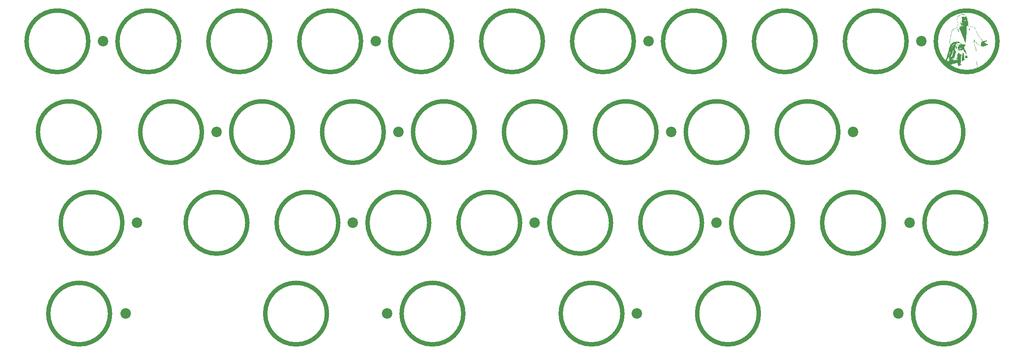
<source format=gbr>
%TF.GenerationSoftware,KiCad,Pcbnew,8.0.8*%
%TF.CreationDate,2025-03-01T19:11:54+01:00*%
%TF.ProjectId,travaulta WKL,74726176-6175-46c7-9461-20574b4c2e6b,rev?*%
%TF.SameCoordinates,Original*%
%TF.FileFunction,Legend,Top*%
%TF.FilePolarity,Positive*%
%FSLAX46Y46*%
G04 Gerber Fmt 4.6, Leading zero omitted, Abs format (unit mm)*
G04 Created by KiCad (PCBNEW 8.0.8) date 2025-03-01 19:11:54*
%MOMM*%
%LPD*%
G01*
G04 APERTURE LIST*
%ADD10C,0.900000*%
%ADD11C,0.000000*%
%ADD12C,2.200000*%
G04 APERTURE END LIST*
D10*
%TO.C,SW20*%
X217604500Y-76200000D02*
G75*
G02*
X204670500Y-76200000I-6467000J0D01*
G01*
X204670500Y-76200000D02*
G75*
G02*
X217604500Y-76200000I6467000J0D01*
G01*
%TO.C,SW27*%
X169979500Y-95250000D02*
G75*
G02*
X157045500Y-95250000I-6467000J0D01*
G01*
X157045500Y-95250000D02*
G75*
G02*
X169979500Y-95250000I6467000J0D01*
G01*
%TO.C,SW15*%
X122354500Y-76200000D02*
G75*
G02*
X109420500Y-76200000I-6467000J0D01*
G01*
X109420500Y-76200000D02*
G75*
G02*
X122354500Y-76200000I6467000J0D01*
G01*
%TO.C,SW18*%
X179504500Y-76200000D02*
G75*
G02*
X166570500Y-76200000I-6467000J0D01*
G01*
X166570500Y-76200000D02*
G75*
G02*
X179504500Y-76200000I6467000J0D01*
G01*
%TO.C,SW1*%
X60442000Y-57150000D02*
G75*
G02*
X47508000Y-57150000I-6467000J0D01*
G01*
X47508000Y-57150000D02*
G75*
G02*
X60442000Y-57150000I6467000J0D01*
G01*
%TO.C,SW9*%
X212842000Y-57150000D02*
G75*
G02*
X199908000Y-57150000I-6467000J0D01*
G01*
X199908000Y-57150000D02*
G75*
G02*
X212842000Y-57150000I6467000J0D01*
G01*
%TO.C,SW28*%
X189029500Y-95250000D02*
G75*
G02*
X176095500Y-95250000I-6467000J0D01*
G01*
X176095500Y-95250000D02*
G75*
G02*
X189029500Y-95250000I6467000J0D01*
G01*
%TO.C,SW4*%
X117592000Y-57150000D02*
G75*
G02*
X104658000Y-57150000I-6467000J0D01*
G01*
X104658000Y-57150000D02*
G75*
G02*
X117592000Y-57150000I6467000J0D01*
G01*
%TO.C,SW17*%
X160454500Y-76200000D02*
G75*
G02*
X147520500Y-76200000I-6467000J0D01*
G01*
X147520500Y-76200000D02*
G75*
G02*
X160454500Y-76200000I6467000J0D01*
G01*
%TO.C,SW12*%
X62825000Y-76200000D02*
G75*
G02*
X49891000Y-76200000I-6467000J0D01*
G01*
X49891000Y-76200000D02*
G75*
G02*
X62825000Y-76200000I6467000J0D01*
G01*
%TO.C,SW23*%
X93779500Y-95250000D02*
G75*
G02*
X80845500Y-95250000I-6467000J0D01*
G01*
X80845500Y-95250000D02*
G75*
G02*
X93779500Y-95250000I6467000J0D01*
G01*
%TO.C,SW34*%
X139022000Y-114300000D02*
G75*
G02*
X126088000Y-114300000I-6467000J0D01*
G01*
X126088000Y-114300000D02*
G75*
G02*
X139022000Y-114300000I6467000J0D01*
G01*
%TO.C,SW22*%
X67587000Y-95250000D02*
G75*
G02*
X54653000Y-95250000I-6467000J0D01*
G01*
X54653000Y-95250000D02*
G75*
G02*
X67587000Y-95250000I6467000J0D01*
G01*
%TO.C,SW16*%
X141404500Y-76200000D02*
G75*
G02*
X128470500Y-76200000I-6467000J0D01*
G01*
X128470500Y-76200000D02*
G75*
G02*
X141404500Y-76200000I6467000J0D01*
G01*
%TO.C,SW14*%
X103304500Y-76200000D02*
G75*
G02*
X90370500Y-76200000I-6467000J0D01*
G01*
X90370500Y-76200000D02*
G75*
G02*
X103304500Y-76200000I6467000J0D01*
G01*
%TO.C,SW7*%
X174742000Y-57150000D02*
G75*
G02*
X161808000Y-57150000I-6467000J0D01*
G01*
X161808000Y-57150000D02*
G75*
G02*
X174742000Y-57150000I6467000J0D01*
G01*
%TO.C,SW24*%
X112829500Y-95250000D02*
G75*
G02*
X99895500Y-95250000I-6467000J0D01*
G01*
X99895500Y-95250000D02*
G75*
G02*
X112829500Y-95250000I6467000J0D01*
G01*
%TO.C,SW11*%
X250942000Y-57150000D02*
G75*
G02*
X238008000Y-57150000I-6467000J0D01*
G01*
X238008000Y-57150000D02*
G75*
G02*
X250942000Y-57150000I6467000J0D01*
G01*
%TO.C,SW31*%
X248562000Y-95250000D02*
G75*
G02*
X235628000Y-95250000I-6467000J0D01*
G01*
X235628000Y-95250000D02*
G75*
G02*
X248562000Y-95250000I6467000J0D01*
G01*
%TO.C,SW2*%
X79492000Y-57150000D02*
G75*
G02*
X66558000Y-57150000I-6467000J0D01*
G01*
X66558000Y-57150000D02*
G75*
G02*
X79492000Y-57150000I6467000J0D01*
G01*
D11*
%TO.C,G\u002A\u002A\u002A*%
G36*
X242180616Y-58716357D02*
G01*
X242173263Y-58723711D01*
X242165909Y-58716357D01*
X242173263Y-58709004D01*
X242180616Y-58716357D01*
G37*
G36*
X242827750Y-62393254D02*
G01*
X242820396Y-62400608D01*
X242813042Y-62393254D01*
X242820396Y-62385900D01*
X242827750Y-62393254D01*
G37*
G36*
X242842458Y-62496207D02*
G01*
X242835104Y-62503561D01*
X242827750Y-62496207D01*
X242835104Y-62488853D01*
X242842458Y-62496207D01*
G37*
G36*
X243313100Y-61599044D02*
G01*
X243305747Y-61606398D01*
X243298393Y-61599044D01*
X243305747Y-61591690D01*
X243313100Y-61599044D01*
G37*
G36*
X243357223Y-54054053D02*
G01*
X243349869Y-54061407D01*
X243342516Y-54054053D01*
X243349869Y-54046699D01*
X243357223Y-54054053D01*
G37*
G36*
X243710205Y-53892269D02*
G01*
X243702851Y-53899623D01*
X243695498Y-53892269D01*
X243702851Y-53884916D01*
X243710205Y-53892269D01*
G37*
G36*
X244151433Y-54274667D02*
G01*
X244144079Y-54282020D01*
X244136725Y-54274667D01*
X244144079Y-54267313D01*
X244151433Y-54274667D01*
G37*
G36*
X244313216Y-58378083D02*
G01*
X244305862Y-58385437D01*
X244298509Y-58378083D01*
X244305862Y-58370729D01*
X244313216Y-58378083D01*
G37*
G36*
X244430877Y-58525159D02*
G01*
X244423523Y-58532513D01*
X244416169Y-58525159D01*
X244423523Y-58517805D01*
X244430877Y-58525159D01*
G37*
G36*
X244975058Y-54230544D02*
G01*
X244967704Y-54237898D01*
X244960350Y-54230544D01*
X244967704Y-54223190D01*
X244975058Y-54230544D01*
G37*
G36*
X242190421Y-58684491D02*
G01*
X242188402Y-58693235D01*
X242180616Y-58694296D01*
X242168510Y-58688915D01*
X242170811Y-58684491D01*
X242188266Y-58682731D01*
X242190421Y-58684491D01*
G37*
G36*
X242219837Y-60728845D02*
G01*
X242217818Y-60737589D01*
X242210031Y-60738650D01*
X242197925Y-60733269D01*
X242200226Y-60728845D01*
X242217681Y-60727085D01*
X242219837Y-60728845D01*
G37*
G36*
X243219952Y-53830988D02*
G01*
X243221713Y-53848442D01*
X243219952Y-53850598D01*
X243211209Y-53848579D01*
X243210147Y-53840793D01*
X243215529Y-53828687D01*
X243219952Y-53830988D01*
G37*
G36*
X243596221Y-51786698D02*
G01*
X243598069Y-51792066D01*
X243577837Y-51794116D01*
X243556958Y-51791805D01*
X243559452Y-51786698D01*
X243589564Y-51784755D01*
X243596221Y-51786698D01*
G37*
G36*
X243661180Y-53889818D02*
G01*
X243662940Y-53907273D01*
X243661180Y-53909428D01*
X243652436Y-53907409D01*
X243651375Y-53899623D01*
X243656756Y-53887517D01*
X243661180Y-53889818D01*
G37*
G36*
X244058285Y-60596477D02*
G01*
X244056266Y-60605221D01*
X244048480Y-60606282D01*
X244036374Y-60600901D01*
X244038675Y-60596477D01*
X244056129Y-60594717D01*
X244058285Y-60596477D01*
G37*
G36*
X242599583Y-59763980D02*
G01*
X242592236Y-59786685D01*
X242577524Y-59797365D01*
X242571192Y-59785620D01*
X242573416Y-59768115D01*
X242584439Y-59747853D01*
X242593458Y-59746525D01*
X242599583Y-59763980D01*
G37*
G36*
X242709662Y-55160960D02*
G01*
X242710089Y-55164476D01*
X242698897Y-55178756D01*
X242695382Y-55179183D01*
X242681102Y-55167991D01*
X242680674Y-55164476D01*
X242691866Y-55150195D01*
X242695382Y-55149768D01*
X242709662Y-55160960D01*
G37*
G36*
X242780869Y-62412926D02*
G01*
X242783627Y-62430023D01*
X242777468Y-62453922D01*
X242768920Y-62459438D01*
X242756970Y-62447120D01*
X242754212Y-62430023D01*
X242760371Y-62406123D01*
X242768920Y-62400608D01*
X242780869Y-62412926D01*
G37*
G36*
X242825798Y-62319135D02*
G01*
X242824992Y-62327989D01*
X242806371Y-62350278D01*
X242799254Y-62353727D01*
X242785579Y-62349712D01*
X242786385Y-62340858D01*
X242805006Y-62318569D01*
X242812123Y-62315120D01*
X242825798Y-62319135D01*
G37*
G36*
X242881525Y-62439033D02*
G01*
X242879227Y-62444730D01*
X242866010Y-62458761D01*
X242863651Y-62459438D01*
X242857334Y-62448059D01*
X242857165Y-62444730D01*
X242868472Y-62430588D01*
X242872741Y-62430023D01*
X242881525Y-62439033D01*
G37*
G36*
X243327156Y-59320402D02*
G01*
X243330749Y-59323781D01*
X243340826Y-59343795D01*
X243330749Y-59359079D01*
X243317578Y-59366319D01*
X243313208Y-59348509D01*
X243313100Y-59341430D01*
X243316066Y-59318053D01*
X243327156Y-59320402D01*
G37*
G36*
X245190674Y-54732310D02*
G01*
X245188318Y-54737956D01*
X245168834Y-54752114D01*
X245164520Y-54752663D01*
X245156546Y-54743601D01*
X245158902Y-54737956D01*
X245178386Y-54723797D01*
X245182700Y-54723248D01*
X245190674Y-54732310D01*
G37*
G36*
X244091958Y-52803510D02*
G01*
X244106933Y-52824830D01*
X244100433Y-52846589D01*
X244078763Y-52855385D01*
X244051156Y-52849433D01*
X244042156Y-52842344D01*
X244044386Y-52823925D01*
X244062832Y-52807067D01*
X244085371Y-52801222D01*
X244091958Y-52803510D01*
G37*
G36*
X242623773Y-55016216D02*
G01*
X242624588Y-55020279D01*
X242627563Y-55054895D01*
X242625336Y-55073108D01*
X242612112Y-55090447D01*
X242598461Y-55083566D01*
X242592654Y-55057846D01*
X242598205Y-55022252D01*
X242605388Y-55005017D01*
X242616102Y-54997101D01*
X242623773Y-55016216D01*
G37*
G36*
X243435021Y-51690657D02*
G01*
X243453338Y-51696419D01*
X243452705Y-51701026D01*
X243429939Y-51705460D01*
X243381853Y-51710699D01*
X243364577Y-51712336D01*
X243276331Y-51720565D01*
X243342516Y-51702329D01*
X243388149Y-51692613D01*
X243425349Y-51689561D01*
X243435021Y-51690657D01*
G37*
G36*
X242456376Y-57879067D02*
G01*
X242482988Y-57892265D01*
X242500306Y-57907147D01*
X242494918Y-57913057D01*
X242465576Y-57914326D01*
X242415271Y-57917827D01*
X242373653Y-57923986D01*
X242339175Y-57926433D01*
X242327692Y-57917150D01*
X242340424Y-57893499D01*
X242372368Y-57878266D01*
X242414145Y-57872955D01*
X242456376Y-57879067D01*
G37*
G36*
X243405023Y-52104103D02*
G01*
X243415949Y-52116532D01*
X243416053Y-52118336D01*
X243403553Y-52128583D01*
X243374863Y-52137028D01*
X243343196Y-52141083D01*
X243321766Y-52138158D01*
X243320370Y-52137081D01*
X243313298Y-52117388D01*
X243313100Y-52113392D01*
X243323067Y-52103027D01*
X243355220Y-52100339D01*
X243405023Y-52104103D01*
G37*
G36*
X242080759Y-60623842D02*
G01*
X242123343Y-60631035D01*
X242158657Y-60640522D01*
X242178537Y-60650258D01*
X242178979Y-60656058D01*
X242152987Y-60665227D01*
X242110759Y-60669351D01*
X242065137Y-60667800D01*
X242037941Y-60662968D01*
X241996252Y-60647642D01*
X241982972Y-60634075D01*
X241998041Y-60624462D01*
X242039069Y-60620990D01*
X242080759Y-60623842D01*
G37*
G36*
X244035813Y-60112480D02*
G01*
X244038001Y-60135334D01*
X244032524Y-60176085D01*
X244023950Y-60226458D01*
X244016505Y-60270555D01*
X244014473Y-60282715D01*
X244011368Y-60287412D01*
X244008595Y-60266983D01*
X244006653Y-60225717D01*
X244006360Y-60212854D01*
X244006668Y-60154673D01*
X244010829Y-60121039D01*
X244019641Y-60107244D01*
X244024410Y-60106224D01*
X244035813Y-60112480D01*
G37*
G36*
X240590779Y-61219368D02*
G01*
X240616414Y-61236412D01*
X240618361Y-61263844D01*
X240597399Y-61295725D01*
X240578727Y-61311365D01*
X240541725Y-61332412D01*
X240501846Y-61347474D01*
X240467568Y-61354367D01*
X240447368Y-61350909D01*
X240445121Y-61345779D01*
X240455013Y-61326124D01*
X240474161Y-61305232D01*
X240499694Y-61275262D01*
X240511490Y-61252835D01*
X240533899Y-61222984D01*
X240573313Y-61216099D01*
X240590779Y-61219368D01*
G37*
G36*
X243189972Y-53647823D02*
G01*
X243205318Y-53680682D01*
X243209791Y-53724538D01*
X243203214Y-53763544D01*
X243189823Y-53795722D01*
X243176880Y-53811146D01*
X243175560Y-53811378D01*
X243168647Y-53800607D01*
X243170979Y-53790267D01*
X243169774Y-53768946D01*
X243163190Y-53763859D01*
X243152882Y-53747240D01*
X243146103Y-53711938D01*
X243145084Y-53696725D01*
X243146323Y-53655928D01*
X243155374Y-53637669D01*
X243166314Y-53634887D01*
X243189972Y-53647823D01*
G37*
G36*
X242625232Y-57748540D02*
G01*
X242700287Y-57770442D01*
X242732151Y-57782992D01*
X242747829Y-57791321D01*
X242738516Y-57795101D01*
X242715512Y-57796138D01*
X242677058Y-57804694D01*
X242643195Y-57832637D01*
X242630195Y-57848610D01*
X242604267Y-57881286D01*
X242584681Y-57895105D01*
X242560109Y-57893063D01*
X242519222Y-57878152D01*
X242518891Y-57878025D01*
X242475116Y-57864273D01*
X242437188Y-57857239D01*
X242434322Y-57857083D01*
X242406578Y-57850337D01*
X242406052Y-57833300D01*
X242432642Y-57806572D01*
X242444702Y-57797597D01*
X242505106Y-57761728D01*
X242562727Y-57745506D01*
X242625232Y-57748540D01*
G37*
G36*
X243280266Y-53875704D02*
G01*
X243270511Y-53883657D01*
X243258479Y-53903398D01*
X243261999Y-53926882D01*
X243277524Y-53940378D01*
X243285114Y-53940206D01*
X243304818Y-53947898D01*
X243308814Y-53954787D01*
X243305104Y-53967028D01*
X243288591Y-53964617D01*
X243270328Y-53960009D01*
X243276454Y-53968196D01*
X243285984Y-53976251D01*
X243302069Y-54000735D01*
X243296284Y-54021575D01*
X243277530Y-54039852D01*
X243254822Y-54047094D01*
X243240208Y-54040328D01*
X243239212Y-54035668D01*
X243235914Y-54015319D01*
X243228192Y-53978829D01*
X243225961Y-53969078D01*
X243223201Y-53919538D01*
X243238688Y-53884818D01*
X243269712Y-53870522D01*
X243273705Y-53870433D01*
X243280266Y-53875704D01*
G37*
G36*
X242973817Y-54279140D02*
G01*
X242984076Y-54305761D01*
X242996204Y-54356590D01*
X243002027Y-54387535D01*
X243015140Y-54450876D01*
X243033731Y-54526880D01*
X243054040Y-54600282D01*
X243056400Y-54608148D01*
X243085289Y-54716399D01*
X243099521Y-54801825D01*
X243099101Y-54863755D01*
X243084036Y-54901519D01*
X243054329Y-54914445D01*
X243053917Y-54914447D01*
X243041895Y-54905758D01*
X243035482Y-54876698D01*
X243033656Y-54825234D01*
X243031490Y-54773011D01*
X243025886Y-54730148D01*
X243020069Y-54710634D01*
X243011078Y-54681959D01*
X243000663Y-54629550D01*
X242989668Y-54559001D01*
X242978936Y-54475906D01*
X242969311Y-54385858D01*
X242966520Y-54355558D01*
X242963812Y-54302934D01*
X242966654Y-54277829D01*
X242973817Y-54279140D01*
G37*
G36*
X244768407Y-62097331D02*
G01*
X244770641Y-62113562D01*
X244745593Y-62139672D01*
X244744543Y-62140502D01*
X244706224Y-62170644D01*
X244717216Y-62333425D01*
X244726054Y-62464641D01*
X244733048Y-62569448D01*
X244738373Y-62650783D01*
X244742202Y-62711583D01*
X244744710Y-62754785D01*
X244746070Y-62783326D01*
X244746458Y-62800142D01*
X244746048Y-62808172D01*
X244745485Y-62810003D01*
X244737104Y-62802699D01*
X244724535Y-62782083D01*
X244716005Y-62750060D01*
X244710442Y-62694767D01*
X244708390Y-62622250D01*
X244708476Y-62603341D01*
X244707587Y-62531820D01*
X244703923Y-62463219D01*
X244698165Y-62408264D01*
X244694942Y-62390258D01*
X244688457Y-62338872D01*
X244688406Y-62279008D01*
X244693758Y-62217644D01*
X244703484Y-62161761D01*
X244716555Y-62118336D01*
X244731941Y-62094349D01*
X244738977Y-62091748D01*
X244768407Y-62097331D01*
G37*
G36*
X243769036Y-51573132D02*
G01*
X243756333Y-51586271D01*
X243728590Y-51594706D01*
X243705599Y-51598877D01*
X243708888Y-51601451D01*
X243739620Y-51603682D01*
X243791097Y-51606531D01*
X243732267Y-51627725D01*
X243687960Y-51641342D01*
X243650866Y-51648875D01*
X243644021Y-51649366D01*
X243624702Y-51651925D01*
X243632586Y-51661362D01*
X243636667Y-51664070D01*
X243648516Y-51674902D01*
X243634014Y-51678413D01*
X243626862Y-51678553D01*
X243598568Y-51686196D01*
X243588338Y-51697162D01*
X243577213Y-51708106D01*
X243553369Y-51698882D01*
X243552231Y-51698216D01*
X243523454Y-51688465D01*
X243506186Y-51697481D01*
X243492049Y-51704868D01*
X243489591Y-51699699D01*
X243498209Y-51675110D01*
X243518003Y-51646026D01*
X243539881Y-51624389D01*
X243550306Y-51619948D01*
X243571947Y-51610522D01*
X243587292Y-51597886D01*
X243621960Y-51597886D01*
X243629313Y-51605240D01*
X243636667Y-51597886D01*
X243629313Y-51590532D01*
X243621960Y-51597886D01*
X243587292Y-51597886D01*
X243617253Y-51582038D01*
X243656102Y-51575624D01*
X243701055Y-51572620D01*
X243735943Y-51566555D01*
X243761759Y-51565166D01*
X243769036Y-51573132D01*
G37*
G36*
X244995525Y-54266015D02*
G01*
X244997119Y-54267313D01*
X245015596Y-54288325D01*
X245019180Y-54298093D01*
X245024896Y-54317245D01*
X245039716Y-54354170D01*
X245055949Y-54390949D01*
X245075485Y-54434868D01*
X245088820Y-54467159D01*
X245092718Y-54479195D01*
X245098306Y-54495822D01*
X245112762Y-54530708D01*
X245127761Y-54564706D01*
X245156601Y-54631109D01*
X245172023Y-54675156D01*
X245174118Y-54700622D01*
X245162978Y-54711280D01*
X245138695Y-54710902D01*
X245131285Y-54709656D01*
X245124097Y-54719351D01*
X245126129Y-54736939D01*
X245122127Y-54766709D01*
X245096025Y-54808262D01*
X245075282Y-54833165D01*
X245041717Y-54868597D01*
X245014297Y-54892744D01*
X245001295Y-54899739D01*
X244994067Y-54885234D01*
X244990893Y-54841975D01*
X244991795Y-54770343D01*
X244992875Y-54743129D01*
X244997143Y-54668842D01*
X245002731Y-54618808D01*
X245010566Y-54587867D01*
X245021579Y-54570858D01*
X245024316Y-54568622D01*
X245035345Y-54557917D01*
X245039635Y-54542475D01*
X245036657Y-54516103D01*
X245025881Y-54472607D01*
X245011925Y-54423504D01*
X244990742Y-54347642D01*
X244978780Y-54296793D01*
X244975768Y-54268126D01*
X244981439Y-54258810D01*
X244995525Y-54266015D01*
G37*
G36*
X242705769Y-54325096D02*
G01*
X242714180Y-54361887D01*
X242720624Y-54415526D01*
X242724202Y-54479730D01*
X242724635Y-54509253D01*
X242723465Y-54557532D01*
X242719063Y-54580448D01*
X242710436Y-54581964D01*
X242707148Y-54579114D01*
X242683461Y-54562605D01*
X242672602Y-54570780D01*
X242673497Y-54587203D01*
X242678353Y-54614890D01*
X242679549Y-54623377D01*
X242689874Y-54639901D01*
X242713383Y-54665767D01*
X242715144Y-54667499D01*
X242744615Y-54703996D01*
X242767518Y-54752165D01*
X242786475Y-54818624D01*
X242798458Y-54877678D01*
X242809443Y-54938032D01*
X242822767Y-55011444D01*
X242835547Y-55082026D01*
X242835552Y-55082053D01*
X242846579Y-55140556D01*
X242856760Y-55190273D01*
X242864199Y-55222032D01*
X242865200Y-55225452D01*
X242865361Y-55248264D01*
X242850355Y-55250518D01*
X242831019Y-55234337D01*
X242819134Y-55215018D01*
X242796946Y-55174757D01*
X242767328Y-55118909D01*
X242733152Y-55052832D01*
X242722588Y-55032107D01*
X242629198Y-54848263D01*
X242630280Y-54685841D01*
X242633091Y-54613679D01*
X242639938Y-54538297D01*
X242649815Y-54465398D01*
X242661719Y-54400683D01*
X242674643Y-54349851D01*
X242687582Y-54318605D01*
X242696293Y-54311436D01*
X242705769Y-54325096D01*
G37*
G36*
X243831416Y-59538708D02*
G01*
X243860586Y-59561059D01*
X243863801Y-59565316D01*
X243878491Y-59602038D01*
X243886369Y-59654236D01*
X243886966Y-59671946D01*
X243889229Y-59718798D01*
X243895091Y-59784260D01*
X243903534Y-59857891D01*
X243909227Y-59900318D01*
X243920096Y-59986695D01*
X243930044Y-60083340D01*
X243937421Y-60173648D01*
X243939152Y-60201824D01*
X243943997Y-60272389D01*
X243950366Y-60338867D01*
X243957216Y-60391154D01*
X243960526Y-60408953D01*
X243969185Y-60464856D01*
X243973111Y-60524740D01*
X243973118Y-60533968D01*
X243974075Y-60571873D01*
X243978300Y-60619048D01*
X243986455Y-60680583D01*
X243999200Y-60761564D01*
X244014044Y-60848957D01*
X244019516Y-60888337D01*
X244025456Y-60942723D01*
X244028968Y-60981326D01*
X244036241Y-61069571D01*
X243972500Y-61094701D01*
X243929895Y-61110374D01*
X243869357Y-61131235D01*
X243801062Y-61153813D01*
X243768681Y-61164188D01*
X243705635Y-61185315D01*
X243650845Y-61205788D01*
X243612046Y-61222614D01*
X243599944Y-61229503D01*
X243581116Y-61247505D01*
X243581710Y-61267786D01*
X243591845Y-61288878D01*
X243604259Y-61318045D01*
X243598471Y-61336300D01*
X243584091Y-61348719D01*
X243552647Y-61367857D01*
X243533770Y-61364493D01*
X243523133Y-61345338D01*
X243504542Y-61315037D01*
X243494158Y-61304893D01*
X243474269Y-61278360D01*
X243452857Y-61232712D01*
X243433384Y-61177821D01*
X243419315Y-61123559D01*
X243414112Y-61079800D01*
X243414188Y-61076925D01*
X243420362Y-61029886D01*
X243433099Y-60975172D01*
X243437913Y-60959264D01*
X243447203Y-60919352D01*
X243457051Y-60858071D01*
X243466348Y-60783425D01*
X243473980Y-60703412D01*
X243474678Y-60694528D01*
X243482747Y-60592442D01*
X243489909Y-60511676D01*
X243497166Y-60444197D01*
X243505521Y-60381971D01*
X243515979Y-60316965D01*
X243529542Y-60241146D01*
X243534922Y-60212108D01*
X243547623Y-60129991D01*
X243557356Y-60040603D01*
X243562615Y-59958910D01*
X243563129Y-59931656D01*
X243570308Y-59811813D01*
X243591500Y-59714335D01*
X243626187Y-59640389D01*
X243673852Y-59591136D01*
X243724131Y-59569569D01*
X243758185Y-59558618D01*
X243777089Y-59546205D01*
X243799842Y-59532932D01*
X243831416Y-59538708D01*
G37*
G36*
X244512244Y-60114657D02*
G01*
X244531490Y-60124521D01*
X244549418Y-60146122D01*
X244568712Y-60184243D01*
X244592059Y-60243666D01*
X244605052Y-60279905D01*
X244622912Y-60325748D01*
X244639919Y-60361600D01*
X244647429Y-60373420D01*
X244662900Y-60401759D01*
X244674777Y-60436790D01*
X244690228Y-60480312D01*
X244712675Y-60526055D01*
X244713899Y-60528152D01*
X244734746Y-60569220D01*
X244737810Y-60596935D01*
X244720157Y-60614301D01*
X244678857Y-60624325D01*
X244614722Y-60629802D01*
X244545207Y-60635063D01*
X244474799Y-60642513D01*
X244418425Y-60650568D01*
X244417145Y-60650796D01*
X244366658Y-60657807D01*
X244311003Y-60662402D01*
X244256407Y-60664549D01*
X244209095Y-60664217D01*
X244175293Y-60661376D01*
X244161226Y-60655994D01*
X244163982Y-60652050D01*
X244176219Y-60638004D01*
X244170336Y-60615454D01*
X244164573Y-60604476D01*
X244151260Y-60572332D01*
X244148737Y-60552238D01*
X244141583Y-60529335D01*
X244137115Y-60525632D01*
X244124426Y-60504662D01*
X244122018Y-60487754D01*
X244116171Y-60464322D01*
X244108437Y-60459206D01*
X244104987Y-60447959D01*
X244114312Y-60420384D01*
X244116708Y-60415405D01*
X244130230Y-60391264D01*
X244145594Y-60379100D01*
X244171458Y-60376176D01*
X244216479Y-60379754D01*
X244226244Y-60380768D01*
X244274799Y-60384858D01*
X244299915Y-60383509D01*
X244307220Y-60375783D01*
X244305356Y-60367591D01*
X244287508Y-60347109D01*
X244253669Y-60323712D01*
X244242492Y-60317659D01*
X244206780Y-60298465D01*
X244183809Y-60284181D01*
X244180848Y-60281643D01*
X244162368Y-60270127D01*
X244144311Y-60262398D01*
X244128012Y-60253968D01*
X244132959Y-60244505D01*
X244162021Y-60228868D01*
X244163428Y-60228187D01*
X244195179Y-60207040D01*
X244204796Y-60187188D01*
X244204284Y-60185395D01*
X244203806Y-60163211D01*
X244223921Y-60158584D01*
X244261417Y-60171791D01*
X244275498Y-60179229D01*
X244309199Y-60196294D01*
X244324637Y-60197693D01*
X244327924Y-60186865D01*
X244337956Y-60171633D01*
X244370920Y-60165406D01*
X244386754Y-60165055D01*
X244425243Y-60162588D01*
X244442254Y-60152618D01*
X244445584Y-60135639D01*
X244447600Y-60128286D01*
X244475000Y-60128286D01*
X244482353Y-60135639D01*
X244489707Y-60128286D01*
X244482353Y-60120932D01*
X244475000Y-60128286D01*
X244447600Y-60128286D01*
X244451730Y-60113221D01*
X244473791Y-60107250D01*
X244512244Y-60114657D01*
G37*
G36*
X242425934Y-58037994D02*
G01*
X242437377Y-58046156D01*
X242433599Y-58063920D01*
X242417539Y-58079684D01*
X242377135Y-58115607D01*
X242335585Y-58165155D01*
X242296424Y-58222210D01*
X242263193Y-58280657D01*
X242239427Y-58334377D01*
X242228665Y-58377253D01*
X242232149Y-58400236D01*
X242248237Y-58408900D01*
X242266385Y-58393797D01*
X242282618Y-58359948D01*
X242291066Y-58325760D01*
X242301236Y-58289285D01*
X242314635Y-58269158D01*
X242318746Y-58267776D01*
X242343687Y-58279323D01*
X242375478Y-58308422D01*
X242406958Y-58346758D01*
X242430971Y-58386016D01*
X242439046Y-58407498D01*
X242454174Y-58455292D01*
X242470035Y-58492413D01*
X242479912Y-58516169D01*
X242480031Y-58537516D01*
X242468097Y-58564875D01*
X242441816Y-58606667D01*
X242436870Y-58614135D01*
X242391799Y-58675163D01*
X242355764Y-58708642D01*
X242328373Y-58714888D01*
X242318661Y-58708797D01*
X242296891Y-58701878D01*
X242267350Y-58705414D01*
X242244272Y-58716416D01*
X242239447Y-58725427D01*
X242252172Y-58735496D01*
X242279893Y-58740422D01*
X242305140Y-58742427D01*
X242302381Y-58745575D01*
X242287246Y-58748798D01*
X242260416Y-58764096D01*
X242254154Y-58790918D01*
X242245279Y-58820113D01*
X242221374Y-58825058D01*
X242201225Y-58815408D01*
X242186813Y-58790695D01*
X242189005Y-58757293D01*
X242206754Y-58730040D01*
X242207291Y-58729637D01*
X242220858Y-58712331D01*
X242218857Y-58686942D01*
X242254154Y-58686942D01*
X242261508Y-58694296D01*
X242268862Y-58686942D01*
X242261508Y-58679589D01*
X242254154Y-58686942D01*
X242218857Y-58686942D01*
X242218716Y-58685153D01*
X242213019Y-58667130D01*
X242208302Y-58650173D01*
X242239447Y-58650173D01*
X242244465Y-58664499D01*
X242245932Y-58664881D01*
X242258489Y-58654575D01*
X242261508Y-58650173D01*
X242260342Y-58636621D01*
X242255022Y-58635466D01*
X242240045Y-58646142D01*
X242239447Y-58650173D01*
X242208302Y-58650173D01*
X242204123Y-58635148D01*
X242208679Y-58622330D01*
X242218150Y-58620758D01*
X242237181Y-58609976D01*
X242239447Y-58601244D01*
X242228490Y-58588100D01*
X242193793Y-58588432D01*
X242192995Y-58588548D01*
X242146542Y-58595365D01*
X242148195Y-58554574D01*
X242239447Y-58554574D01*
X242246800Y-58561928D01*
X242254154Y-58554574D01*
X242246800Y-58547220D01*
X242239447Y-58554574D01*
X242148195Y-58554574D01*
X242149021Y-58534182D01*
X242268862Y-58534182D01*
X242280938Y-58544370D01*
X242309068Y-58546341D01*
X242341110Y-58540246D01*
X242356681Y-58533087D01*
X242371731Y-58518527D01*
X242371389Y-58512994D01*
X242352380Y-58509621D01*
X242320663Y-58513300D01*
X242288993Y-58521395D01*
X242270121Y-58531271D01*
X242268862Y-58534182D01*
X242149021Y-58534182D01*
X242155313Y-58378906D01*
X242159998Y-58283559D01*
X242166285Y-58212630D01*
X242175799Y-58161121D01*
X242190167Y-58124035D01*
X242211013Y-58096372D01*
X242239962Y-58073137D01*
X242258630Y-58061223D01*
X242297761Y-58044908D01*
X242345338Y-58035038D01*
X242391388Y-58032453D01*
X242425934Y-58037994D01*
G37*
G36*
X243795726Y-51452425D02*
G01*
X243873184Y-51458146D01*
X243935031Y-51469284D01*
X243988102Y-51487152D01*
X244039234Y-51513062D01*
X244048480Y-51518513D01*
X244073790Y-51531969D01*
X244114940Y-51552226D01*
X244144867Y-51566405D01*
X244233472Y-51618137D01*
X244303869Y-51680531D01*
X244353248Y-51749764D01*
X244378797Y-51822013D01*
X244379320Y-51885157D01*
X244376155Y-51917312D01*
X244380089Y-51948446D01*
X244393395Y-51986339D01*
X244418349Y-52038770D01*
X244431997Y-52065354D01*
X244467556Y-52130369D01*
X244506181Y-52195482D01*
X244540845Y-52248970D01*
X244548489Y-52259727D01*
X244592808Y-52328020D01*
X244623931Y-52391925D01*
X244639745Y-52445937D01*
X244638136Y-52484547D01*
X244636320Y-52488561D01*
X244622862Y-52534868D01*
X244631263Y-52575206D01*
X244643750Y-52590327D01*
X244657135Y-52606385D01*
X244654647Y-52627114D01*
X244643750Y-52650228D01*
X244624202Y-52711669D01*
X244631683Y-52766024D01*
X244644605Y-52788335D01*
X244661650Y-52819004D01*
X244666198Y-52837855D01*
X244676115Y-52859250D01*
X244701562Y-52891554D01*
X244723343Y-52914284D01*
X244760409Y-52957401D01*
X244789762Y-53004030D01*
X244798523Y-53024389D01*
X244808529Y-53063273D01*
X244804117Y-53091349D01*
X244783057Y-53124352D01*
X244749555Y-53169665D01*
X244783273Y-53228250D01*
X244795667Y-53251018D01*
X244804334Y-53272781D01*
X244809676Y-53298755D01*
X244812096Y-53334152D01*
X244811996Y-53384186D01*
X244809779Y-53454070D01*
X244806626Y-53530722D01*
X244800267Y-53647534D01*
X244792357Y-53735236D01*
X244782909Y-53793729D01*
X244775289Y-53817442D01*
X244761974Y-53847568D01*
X244757851Y-53863120D01*
X244758057Y-53863434D01*
X244798927Y-53887325D01*
X244859172Y-53909842D01*
X244928807Y-53927809D01*
X244990552Y-53937396D01*
X245062730Y-53947159D01*
X245139973Y-53961745D01*
X245195625Y-53975340D01*
X245254082Y-53989717D01*
X245309548Y-53999587D01*
X245344040Y-54002576D01*
X245390677Y-54007104D01*
X245446653Y-54018525D01*
X245469101Y-54024765D01*
X245509568Y-54035716D01*
X245571532Y-54050676D01*
X245647635Y-54067947D01*
X245730519Y-54085830D01*
X245761368Y-54092248D01*
X245861694Y-54113730D01*
X245939351Y-54133172D01*
X246000696Y-54153323D01*
X246052084Y-54176930D01*
X246099870Y-54206742D01*
X246150409Y-54245506D01*
X246187298Y-54276424D01*
X246246434Y-54329463D01*
X246286140Y-54373631D01*
X246311135Y-54416860D01*
X246326135Y-54467079D01*
X246334974Y-54524696D01*
X246349470Y-54597057D01*
X246376549Y-54687938D01*
X246413472Y-54790745D01*
X246457499Y-54898887D01*
X246505891Y-55005773D01*
X246555909Y-55104812D01*
X246604815Y-55189412D01*
X246622228Y-55215952D01*
X246655494Y-55266390D01*
X246690803Y-55322636D01*
X246701868Y-55340967D01*
X246735387Y-55394497D01*
X246772329Y-55449476D01*
X246784084Y-55465981D01*
X246827549Y-55538746D01*
X246868358Y-55630835D01*
X246902752Y-55732177D01*
X246926974Y-55832702D01*
X246931779Y-55861772D01*
X246949081Y-55954506D01*
X246971157Y-56021453D01*
X246999584Y-56066067D01*
X247035940Y-56091801D01*
X247037056Y-56092270D01*
X247112956Y-56137251D01*
X247168815Y-56202544D01*
X247183224Y-56228489D01*
X247230978Y-56304865D01*
X247284316Y-56356013D01*
X247338284Y-56379321D01*
X247379891Y-56395293D01*
X247419327Y-56428984D01*
X247459177Y-56483564D01*
X247502027Y-56562206D01*
X247522593Y-56605455D01*
X247580874Y-56712907D01*
X247650592Y-56803339D01*
X247664949Y-56818715D01*
X247717917Y-56879169D01*
X247752882Y-56933459D01*
X247776272Y-56991424D01*
X247804023Y-57058433D01*
X247838917Y-57099125D01*
X247884746Y-57116405D01*
X247936983Y-57114576D01*
X247977735Y-57108508D01*
X248037962Y-57099812D01*
X248107998Y-57089874D01*
X248150056Y-57083984D01*
X248217368Y-57073019D01*
X248276561Y-57060491D01*
X248319708Y-57048230D01*
X248335594Y-57041141D01*
X248359538Y-57030920D01*
X248404463Y-57015973D01*
X248462741Y-56998423D01*
X248526748Y-56980394D01*
X248588856Y-56964011D01*
X248641440Y-56951397D01*
X248676874Y-56944677D01*
X248683995Y-56944109D01*
X248707821Y-56956784D01*
X248728766Y-56987479D01*
X248739799Y-57025093D01*
X248740199Y-57032878D01*
X248731578Y-57065486D01*
X248710005Y-57105366D01*
X248681914Y-57143552D01*
X248653739Y-57171081D01*
X248635012Y-57179415D01*
X248614476Y-57185555D01*
X248578492Y-57201093D01*
X248559321Y-57210376D01*
X248498693Y-57231841D01*
X248421116Y-57246170D01*
X248390971Y-57249074D01*
X248330639Y-57255181D01*
X248290801Y-57264667D01*
X248262543Y-57280304D01*
X248247572Y-57293657D01*
X248222995Y-57321037D01*
X248210968Y-57339939D01*
X248210726Y-57341430D01*
X248220064Y-57357360D01*
X248244082Y-57386702D01*
X248265880Y-57410624D01*
X248302504Y-57452881D01*
X248333625Y-57494829D01*
X248344394Y-57512400D01*
X248371199Y-57545084D01*
X248416756Y-57573024D01*
X248454701Y-57588993D01*
X248511521Y-57613051D01*
X248565785Y-57639977D01*
X248594276Y-57656666D01*
X248630268Y-57677926D01*
X248684303Y-57706998D01*
X248747740Y-57739313D01*
X248787021Y-57758506D01*
X248856325Y-57792443D01*
X248903658Y-57818347D01*
X248933860Y-57840284D01*
X248951771Y-57862318D01*
X248962232Y-57888516D01*
X248967396Y-57910019D01*
X248971444Y-57938108D01*
X248964492Y-57956345D01*
X248940680Y-57972294D01*
X248907149Y-57987784D01*
X248851683Y-58005725D01*
X248795345Y-58008405D01*
X248732071Y-57994827D01*
X248655794Y-57963993D01*
X248603086Y-57937746D01*
X248551241Y-57912916D01*
X248506166Y-57895199D01*
X248471948Y-57885422D01*
X248452672Y-57884411D01*
X248452424Y-57892991D01*
X248475144Y-57911889D01*
X248529818Y-57954993D01*
X248557748Y-57993451D01*
X248560180Y-58031660D01*
X248538360Y-58074021D01*
X248525632Y-58090157D01*
X248479831Y-58126421D01*
X248429381Y-58136826D01*
X248380801Y-58121049D01*
X248355053Y-58098639D01*
X248324442Y-58072144D01*
X248296636Y-58061478D01*
X248278401Y-58067187D01*
X248276501Y-58089818D01*
X248277245Y-58092339D01*
X248275458Y-58127670D01*
X248251802Y-58157930D01*
X248213782Y-58179624D01*
X248168903Y-58189258D01*
X248124669Y-58183337D01*
X248104312Y-58172879D01*
X248074033Y-58155573D01*
X248050375Y-58155048D01*
X248028461Y-58174393D01*
X248003417Y-58216699D01*
X247988852Y-58246068D01*
X247959843Y-58295709D01*
X247920961Y-58348366D01*
X247877577Y-58398237D01*
X247835063Y-58439522D01*
X247798791Y-58466420D01*
X247778072Y-58473682D01*
X247743447Y-58464433D01*
X247697587Y-58440787D01*
X247650303Y-58408895D01*
X247611406Y-58374910D01*
X247600630Y-58362421D01*
X247563271Y-58324632D01*
X247514143Y-58288479D01*
X247492820Y-58276299D01*
X247447901Y-58251123D01*
X247389785Y-58215467D01*
X247329195Y-58175967D01*
X247313564Y-58165340D01*
X247251526Y-58123023D01*
X247186852Y-58079400D01*
X247131666Y-58042640D01*
X247122365Y-58036523D01*
X247072286Y-57999508D01*
X247013996Y-57950234D01*
X246958862Y-57898395D01*
X246950902Y-57890314D01*
X246908811Y-57848605D01*
X246873501Y-57816542D01*
X246850474Y-57798999D01*
X246845762Y-57797133D01*
X246827971Y-57787226D01*
X246797275Y-57761820D01*
X246760323Y-57727393D01*
X246723766Y-57690420D01*
X246694254Y-57657378D01*
X246678436Y-57634742D01*
X246678047Y-57633802D01*
X246660359Y-57617885D01*
X246623408Y-57599397D01*
X246590146Y-57587260D01*
X246509112Y-57550752D01*
X246453503Y-57499982D01*
X246422623Y-57434211D01*
X246417044Y-57403579D01*
X246409021Y-57358697D01*
X246395994Y-57335989D01*
X246379632Y-57328962D01*
X246335244Y-57315358D01*
X246278793Y-57290294D01*
X246218747Y-57258481D01*
X246163574Y-57224628D01*
X246121739Y-57193445D01*
X246105413Y-57176425D01*
X246073826Y-57132065D01*
X246105540Y-57041756D01*
X246126788Y-56974897D01*
X246135369Y-56927497D01*
X246131654Y-56892649D01*
X246116014Y-56863446D01*
X246115175Y-56862336D01*
X246097137Y-56843507D01*
X246084162Y-56848333D01*
X246078631Y-56855848D01*
X246071199Y-56882374D01*
X246066212Y-56931563D01*
X246063576Y-56996771D01*
X246063198Y-57071356D01*
X246064983Y-57148673D01*
X246068838Y-57222081D01*
X246074670Y-57284937D01*
X246082384Y-57330597D01*
X246085480Y-57341198D01*
X246097931Y-57395839D01*
X246105576Y-57472093D01*
X246107685Y-57545277D01*
X246108987Y-57617962D01*
X246113793Y-57670965D01*
X246123720Y-57713957D01*
X246140381Y-57756610D01*
X246144454Y-57765502D01*
X246164993Y-57818498D01*
X246178283Y-57869825D01*
X246181080Y-57895420D01*
X246188197Y-57967004D01*
X246208465Y-58058978D01*
X246240260Y-58166296D01*
X246281956Y-58283912D01*
X246331928Y-58406781D01*
X246379156Y-58510451D01*
X246407350Y-58570406D01*
X246431213Y-58623263D01*
X246447413Y-58661533D01*
X246451984Y-58674095D01*
X246466426Y-58734119D01*
X246480539Y-58812783D01*
X246492845Y-58899338D01*
X246501869Y-58983032D01*
X246506133Y-59053113D01*
X246506269Y-59069340D01*
X246508417Y-59136005D01*
X246514953Y-59215321D01*
X246524511Y-59291090D01*
X246525493Y-59297307D01*
X246529687Y-59329529D01*
X246533267Y-59371616D01*
X246536265Y-59425620D01*
X246538715Y-59493596D01*
X246540650Y-59577597D01*
X246542102Y-59679675D01*
X246543104Y-59801885D01*
X246543689Y-59946279D01*
X246543891Y-60114911D01*
X246543742Y-60309834D01*
X246543536Y-60422437D01*
X246543134Y-60618190D01*
X246542858Y-60786739D01*
X246542771Y-60930296D01*
X246542933Y-61051072D01*
X246543408Y-61151281D01*
X246544255Y-61233132D01*
X246545537Y-61298838D01*
X246547315Y-61350610D01*
X246549651Y-61390660D01*
X246552606Y-61421200D01*
X246556242Y-61444441D01*
X246560621Y-61462595D01*
X246565803Y-61477873D01*
X246571851Y-61492487D01*
X246573416Y-61496091D01*
X246590869Y-61546890D01*
X246607700Y-61613831D01*
X246620677Y-61683758D01*
X246622220Y-61694644D01*
X246630930Y-61759474D01*
X246638991Y-61819524D01*
X246644944Y-61863927D01*
X246645909Y-61871135D01*
X246652186Y-61911462D01*
X246662142Y-61968565D01*
X246673671Y-62030378D01*
X246674162Y-62032918D01*
X246687841Y-62103913D01*
X246703672Y-62186634D01*
X246718367Y-62263896D01*
X246719189Y-62268239D01*
X246733290Y-62341406D01*
X246748476Y-62418109D01*
X246761700Y-62482981D01*
X246762929Y-62488853D01*
X246772707Y-62551230D01*
X246780014Y-62627811D01*
X246783456Y-62703403D01*
X246783550Y-62713144D01*
X246784091Y-62841835D01*
X246745941Y-62841835D01*
X246723467Y-62840192D01*
X246713593Y-62830226D01*
X246713338Y-62804384D01*
X246717653Y-62770139D01*
X246719022Y-62721638D01*
X246713952Y-62649937D01*
X246703176Y-62560364D01*
X246687423Y-62458250D01*
X246667423Y-62348922D01*
X246645819Y-62246178D01*
X246600766Y-62042406D01*
X246562910Y-61863876D01*
X246531880Y-61707404D01*
X246507305Y-61569805D01*
X246488814Y-61447897D01*
X246476036Y-61338495D01*
X246468600Y-61238416D01*
X246466137Y-61144476D01*
X246468274Y-61053492D01*
X246474641Y-60962279D01*
X246484868Y-60867654D01*
X246485072Y-60866008D01*
X246486602Y-60839169D01*
X246488033Y-60786095D01*
X246489331Y-60709965D01*
X246490467Y-60613959D01*
X246491406Y-60501258D01*
X246492119Y-60375040D01*
X246492572Y-60238485D01*
X246492735Y-60098871D01*
X246492583Y-59925248D01*
X246492030Y-59777977D01*
X246490992Y-59653998D01*
X246489385Y-59550247D01*
X246487123Y-59463665D01*
X246484122Y-59391190D01*
X246480298Y-59329760D01*
X246475567Y-59276314D01*
X246469843Y-59227791D01*
X246468407Y-59217221D01*
X246458442Y-59148294D01*
X246449315Y-59090262D01*
X246442034Y-59049200D01*
X246437604Y-59031182D01*
X246437586Y-59031153D01*
X246433300Y-59012742D01*
X246427283Y-58972323D01*
X246420565Y-58917176D01*
X246417658Y-58890172D01*
X246410336Y-58832644D01*
X246399813Y-58780148D01*
X246383861Y-58725353D01*
X246360250Y-58660928D01*
X246326750Y-58579542D01*
X246314444Y-58550734D01*
X246280436Y-58468451D01*
X246250276Y-58387793D01*
X246221952Y-58302403D01*
X246193457Y-58205929D01*
X246162781Y-58092013D01*
X246135542Y-57984945D01*
X246110390Y-57882356D01*
X246087466Y-57785178D01*
X246067864Y-57698339D01*
X246052676Y-57626768D01*
X246042994Y-57575390D01*
X246040109Y-57554458D01*
X246038186Y-57519295D01*
X246036108Y-57459754D01*
X246034001Y-57380869D01*
X246031988Y-57287677D01*
X246030194Y-57185214D01*
X246029138Y-57110905D01*
X246024399Y-56740890D01*
X246124800Y-56830782D01*
X246168914Y-56871463D01*
X246203155Y-56905296D01*
X246222585Y-56927289D01*
X246225202Y-56932256D01*
X246216919Y-56949389D01*
X246195509Y-56981644D01*
X246173726Y-57011277D01*
X246135993Y-57072348D01*
X246124109Y-57124519D01*
X246138844Y-57169308D01*
X246180971Y-57208232D01*
X246251261Y-57242807D01*
X246300250Y-57259904D01*
X246359504Y-57277292D01*
X246411949Y-57290329D01*
X246448272Y-57296762D01*
X246453929Y-57297075D01*
X246476654Y-57300177D01*
X246487146Y-57314848D01*
X246490067Y-57349133D01*
X246490156Y-57359583D01*
X246495370Y-57417802D01*
X246513742Y-57461997D01*
X246550068Y-57498635D01*
X246609144Y-57534181D01*
X246625905Y-57542613D01*
X246704279Y-57588675D01*
X246753680Y-57635595D01*
X246758274Y-57642197D01*
X246787343Y-57679233D01*
X246817136Y-57706367D01*
X246822660Y-57709776D01*
X246848929Y-57730151D01*
X246884014Y-57765147D01*
X246910062Y-57794937D01*
X246947462Y-57837909D01*
X246983784Y-57875569D01*
X247002748Y-57892733D01*
X247033755Y-57917651D01*
X247077315Y-57952572D01*
X247115680Y-57983281D01*
X247168220Y-58021137D01*
X247233676Y-58062545D01*
X247298233Y-58098783D01*
X247300638Y-58100021D01*
X247374446Y-58144180D01*
X247454480Y-58202510D01*
X247521394Y-58259501D01*
X247577742Y-58308872D01*
X247635651Y-58355009D01*
X247686205Y-58390988D01*
X247706654Y-58403398D01*
X247779682Y-58443421D01*
X247870190Y-58357031D01*
X247913199Y-58312388D01*
X247944169Y-58273249D01*
X247960972Y-58243434D01*
X247961479Y-58226765D01*
X247943564Y-58227060D01*
X247942313Y-58227525D01*
X247918070Y-58228219D01*
X247873179Y-58222704D01*
X247815351Y-58212583D01*
X247752298Y-58199458D01*
X247691730Y-58184930D01*
X247641358Y-58170602D01*
X247609466Y-58158374D01*
X247544316Y-58116235D01*
X247487938Y-58064361D01*
X247450975Y-58013279D01*
X247438126Y-57964445D01*
X247436474Y-57894387D01*
X247444901Y-57808594D01*
X247462292Y-57712557D01*
X247487530Y-57611765D01*
X247519499Y-57511708D01*
X247557083Y-57417877D01*
X247582763Y-57365145D01*
X247603634Y-57328113D01*
X247625452Y-57297139D01*
X247653122Y-57267411D01*
X247691548Y-57234115D01*
X247745633Y-57192441D01*
X247798465Y-57153492D01*
X247792565Y-57142361D01*
X247769453Y-57120621D01*
X247758859Y-57112045D01*
X247725277Y-57077608D01*
X247707157Y-57033795D01*
X247701979Y-57006496D01*
X247692194Y-56964385D01*
X247673514Y-56926851D01*
X247640623Y-56884847D01*
X247612772Y-56854695D01*
X247560384Y-56793364D01*
X247524223Y-56732787D01*
X247499121Y-56669686D01*
X247464344Y-56576176D01*
X247430739Y-56507330D01*
X247394901Y-56458752D01*
X247353429Y-56426050D01*
X247302919Y-56404828D01*
X247291502Y-56401593D01*
X247235000Y-56381448D01*
X247191917Y-56356309D01*
X247168736Y-56330368D01*
X247166488Y-56320709D01*
X247155940Y-56287939D01*
X247128031Y-56243719D01*
X247088366Y-56194981D01*
X247042546Y-56148658D01*
X246999171Y-56113715D01*
X246958561Y-56084655D01*
X246933768Y-56060643D01*
X246919033Y-56032213D01*
X246908598Y-55989901D01*
X246902033Y-55954071D01*
X246880067Y-55853062D01*
X246850744Y-55750320D01*
X246817176Y-55655361D01*
X246782475Y-55577703D01*
X246773686Y-55561580D01*
X246750766Y-55523566D01*
X246716092Y-55468389D01*
X246674291Y-55403321D01*
X246629988Y-55335632D01*
X246628096Y-55332771D01*
X246522403Y-55162545D01*
X246440894Y-55007768D01*
X246383192Y-54867702D01*
X246372028Y-54833555D01*
X246340587Y-54731999D01*
X246315778Y-54653450D01*
X246295813Y-54592729D01*
X246278903Y-54544661D01*
X246263259Y-54504066D01*
X246247092Y-54465769D01*
X246237462Y-54444104D01*
X246210898Y-54390372D01*
X246183385Y-54343070D01*
X246162086Y-54313913D01*
X246132614Y-54290117D01*
X246085827Y-54260542D01*
X246029549Y-54229237D01*
X245971603Y-54200251D01*
X245919812Y-54177631D01*
X245881998Y-54165426D01*
X245873091Y-54164360D01*
X245842827Y-54159105D01*
X245798330Y-54145719D01*
X245772439Y-54136195D01*
X245731027Y-54123585D01*
X245668329Y-54109034D01*
X245592257Y-54094190D01*
X245510720Y-54080700D01*
X245495202Y-54078418D01*
X245405876Y-54064228D01*
X245313110Y-54047239D01*
X245227637Y-54029545D01*
X245160191Y-54013238D01*
X245157977Y-54012633D01*
X245080293Y-53992136D01*
X244995090Y-53971019D01*
X244918854Y-53953347D01*
X244908004Y-53950985D01*
X244831662Y-53931174D01*
X244776677Y-53908109D01*
X244738866Y-53881913D01*
X244712785Y-53858304D01*
X244702752Y-53846754D01*
X244705628Y-53847148D01*
X244727192Y-53846196D01*
X244732234Y-53841033D01*
X244732596Y-53828184D01*
X244716717Y-53827045D01*
X244694688Y-53836214D01*
X244680906Y-53848147D01*
X244671061Y-53866422D01*
X244679105Y-53870208D01*
X244696413Y-53874707D01*
X244687544Y-53887355D01*
X244654187Y-53906878D01*
X244598031Y-53932004D01*
X244596156Y-53932772D01*
X244535334Y-53957706D01*
X244496939Y-53976509D01*
X244476642Y-53995274D01*
X244470115Y-54020095D01*
X244473030Y-54057064D01*
X244478996Y-54097719D01*
X244486534Y-54211521D01*
X244479657Y-54347622D01*
X244479645Y-54347748D01*
X244473617Y-54457762D01*
X244474100Y-54587316D01*
X244480807Y-54727332D01*
X244493451Y-54868730D01*
X244497077Y-54899739D01*
X244499423Y-54951632D01*
X244497289Y-55032378D01*
X244490670Y-55142016D01*
X244479563Y-55280584D01*
X244463966Y-55448122D01*
X244443876Y-55644668D01*
X244430836Y-55765820D01*
X244419421Y-55875818D01*
X244407197Y-56002978D01*
X244395280Y-56135110D01*
X244384784Y-56260024D01*
X244379760Y-56324709D01*
X244371238Y-56433984D01*
X244361403Y-56552103D01*
X244351156Y-56668725D01*
X244341399Y-56773512D01*
X244335393Y-56833787D01*
X244325146Y-56935204D01*
X244314054Y-57049051D01*
X244303440Y-57161518D01*
X244294629Y-57258795D01*
X244294497Y-57260307D01*
X244287037Y-57341988D01*
X244280711Y-57398914D01*
X244274459Y-57435663D01*
X244267222Y-57456813D01*
X244257941Y-57466942D01*
X244245853Y-57470585D01*
X244227456Y-57468060D01*
X244209815Y-57451431D01*
X244188966Y-57415732D01*
X244169540Y-57374986D01*
X244119842Y-57264259D01*
X244072296Y-57154478D01*
X244028406Y-57049457D01*
X243989678Y-56953009D01*
X243957617Y-56868951D01*
X243933727Y-56801095D01*
X243919515Y-56753256D01*
X243916111Y-56732719D01*
X243909661Y-56692312D01*
X243894050Y-56674038D01*
X243877331Y-56652028D01*
X243871989Y-56606281D01*
X243868617Y-56565702D01*
X243857116Y-56548523D01*
X243849118Y-56546989D01*
X243840402Y-56544912D01*
X243830797Y-56536860D01*
X243818990Y-56520102D01*
X243803668Y-56491908D01*
X243783519Y-56449547D01*
X243757230Y-56390288D01*
X243723488Y-56311400D01*
X243680982Y-56210152D01*
X243640572Y-56113115D01*
X243586218Y-55980711D01*
X243530032Y-55840872D01*
X243473262Y-55696936D01*
X243417153Y-55552242D01*
X243362953Y-55410129D01*
X243361837Y-55407151D01*
X243886696Y-55407151D01*
X243894050Y-55414505D01*
X243901404Y-55407151D01*
X243894050Y-55399797D01*
X243886696Y-55407151D01*
X243361837Y-55407151D01*
X243311908Y-55273933D01*
X243265265Y-55146995D01*
X243224271Y-55032652D01*
X243206291Y-54980763D01*
X243862167Y-54980763D01*
X243863251Y-54999015D01*
X243866967Y-55043616D01*
X243869776Y-55079461D01*
X243869985Y-55082358D01*
X243874060Y-55104162D01*
X243880295Y-55100156D01*
X243887350Y-55073736D01*
X243893885Y-55028299D01*
X243894791Y-55019510D01*
X243897570Y-54973761D01*
X243893522Y-54950634D01*
X243881456Y-54943883D01*
X243880363Y-54943862D01*
X243865921Y-54952144D01*
X243862167Y-54980763D01*
X243206291Y-54980763D01*
X243190172Y-54934242D01*
X243164215Y-54855105D01*
X243147647Y-54798577D01*
X243144036Y-54783547D01*
X243138714Y-54750846D01*
X243143980Y-54740012D01*
X243159013Y-54743406D01*
X243171258Y-54748134D01*
X243176947Y-54748235D01*
X243173904Y-54739615D01*
X243172574Y-54737572D01*
X243794394Y-54737572D01*
X243805908Y-54787087D01*
X243808310Y-54793109D01*
X243829361Y-54829984D01*
X243853270Y-54838769D01*
X243884464Y-54820748D01*
X243889215Y-54816568D01*
X243912655Y-54780838D01*
X243915247Y-54742303D01*
X243900135Y-54709159D01*
X243870464Y-54689604D01*
X243840230Y-54688849D01*
X243805652Y-54705422D01*
X243794394Y-54737572D01*
X243172574Y-54737572D01*
X243159952Y-54718182D01*
X243132915Y-54679845D01*
X243102627Y-54637375D01*
X243074829Y-54581075D01*
X243921014Y-54581075D01*
X243923033Y-54589818D01*
X243930819Y-54590880D01*
X243942925Y-54585499D01*
X243940624Y-54581075D01*
X243923170Y-54579315D01*
X243921014Y-54581075D01*
X243074829Y-54581075D01*
X243064471Y-54560097D01*
X243057963Y-54532049D01*
X243791097Y-54532049D01*
X243796889Y-54542426D01*
X243825637Y-54546745D01*
X243827662Y-54546757D01*
X243872836Y-54535656D01*
X243936766Y-54502495D01*
X243979844Y-54474873D01*
X244042824Y-54428092D01*
X244108489Y-54372508D01*
X244163356Y-54319587D01*
X244166701Y-54316001D01*
X244214169Y-54260080D01*
X244256648Y-54201823D01*
X244290871Y-54146716D01*
X244313570Y-54100246D01*
X244321476Y-54067901D01*
X244319429Y-54059561D01*
X244306334Y-54053721D01*
X244295743Y-54066872D01*
X244275954Y-54087323D01*
X244264686Y-54091004D01*
X244246285Y-54102473D01*
X244221753Y-54130909D01*
X244213805Y-54142480D01*
X244196845Y-54173707D01*
X244193295Y-54191887D01*
X244196288Y-54193775D01*
X244205126Y-54202810D01*
X244202761Y-54208722D01*
X244185135Y-54217207D01*
X244179832Y-54215208D01*
X244166966Y-54215880D01*
X244166140Y-54219837D01*
X244154560Y-54235549D01*
X244129371Y-54252605D01*
X244102525Y-54271987D01*
X244092446Y-54288183D01*
X244081219Y-54307869D01*
X244051624Y-54339607D01*
X244009430Y-54378634D01*
X243960406Y-54420194D01*
X243910323Y-54459524D01*
X243864951Y-54491866D01*
X243830059Y-54512460D01*
X243814654Y-54517342D01*
X243794104Y-54528063D01*
X243791097Y-54532049D01*
X243057963Y-54532049D01*
X243047244Y-54485851D01*
X243040326Y-54423549D01*
X243035946Y-54349828D01*
X243033960Y-54269997D01*
X243034229Y-54189367D01*
X243036610Y-54113248D01*
X243040962Y-54046949D01*
X243047144Y-53995782D01*
X243055014Y-53965055D01*
X243061289Y-53958547D01*
X243075680Y-53971996D01*
X243101110Y-54011544D01*
X243137018Y-54076259D01*
X243169883Y-54139556D01*
X243197562Y-54184448D01*
X243233474Y-54229648D01*
X243273318Y-54271468D01*
X243312797Y-54306215D01*
X243347614Y-54330199D01*
X243373469Y-54339730D01*
X243386065Y-54331116D01*
X243386638Y-54325682D01*
X243374885Y-54307771D01*
X243364577Y-54302047D01*
X243345591Y-54281900D01*
X243342516Y-54267455D01*
X243331954Y-54246908D01*
X243421109Y-54246908D01*
X243423407Y-54252605D01*
X243436624Y-54266636D01*
X243438983Y-54267313D01*
X243445300Y-54255934D01*
X243445469Y-54252605D01*
X243434162Y-54238463D01*
X243429893Y-54237898D01*
X243421109Y-54246908D01*
X243331954Y-54246908D01*
X243330103Y-54243308D01*
X243311621Y-54233249D01*
X243291553Y-54220001D01*
X243294913Y-54203766D01*
X243318490Y-54194033D01*
X243324999Y-54193702D01*
X243335623Y-54188908D01*
X243323097Y-54172917D01*
X243307051Y-54159367D01*
X243278677Y-54130719D01*
X243276670Y-54117663D01*
X243298684Y-54117663D01*
X243308794Y-54132824D01*
X243319993Y-54134945D01*
X243334836Y-54125185D01*
X243333159Y-54112968D01*
X243319315Y-54098033D01*
X243311559Y-54099128D01*
X243298684Y-54117663D01*
X243276670Y-54117663D01*
X243275254Y-54108457D01*
X243277411Y-54104287D01*
X243289182Y-54079989D01*
X243290814Y-54072437D01*
X243297137Y-54059995D01*
X243318045Y-54065624D01*
X243346931Y-54082895D01*
X243374302Y-54107981D01*
X243380261Y-54130346D01*
X243380189Y-54130537D01*
X243381395Y-54154135D01*
X243394041Y-54183402D01*
X243411821Y-54207768D01*
X243428430Y-54216661D01*
X243430989Y-54215695D01*
X243437310Y-54197510D01*
X243435062Y-54179218D01*
X243423798Y-54159134D01*
X243414381Y-54158039D01*
X243402103Y-54155270D01*
X243401346Y-54150520D01*
X243412643Y-54135572D01*
X243417045Y-54134945D01*
X243424260Y-54123714D01*
X243421701Y-54098605D01*
X243411818Y-54072492D01*
X243403040Y-54061407D01*
X243397911Y-54046699D01*
X243666082Y-54046699D01*
X243677995Y-54059747D01*
X243688144Y-54061407D01*
X243707716Y-54053465D01*
X243710205Y-54046699D01*
X243698293Y-54033651D01*
X243688144Y-54031992D01*
X243668571Y-54039933D01*
X243666082Y-54046699D01*
X243397911Y-54046699D01*
X243395821Y-54040706D01*
X243395738Y-54006164D01*
X243402171Y-53972310D01*
X243407343Y-53960649D01*
X243412548Y-53935836D01*
X243412807Y-53893558D01*
X243410518Y-53865419D01*
X243404226Y-53807168D01*
X243397222Y-53738129D01*
X243392966Y-53693904D01*
X243386980Y-53642402D01*
X243384545Y-53628078D01*
X243410425Y-53628078D01*
X243414483Y-53641270D01*
X243425976Y-53661787D01*
X243430761Y-53696998D01*
X243430761Y-53697028D01*
X243431853Y-53720978D01*
X243437754Y-53741309D01*
X243452405Y-53764099D01*
X243479745Y-53795426D01*
X243523713Y-53841367D01*
X243525533Y-53843244D01*
X243555809Y-53879254D01*
X243574693Y-53910943D01*
X243577837Y-53922977D01*
X243591041Y-53961750D01*
X243624843Y-53990731D01*
X243670526Y-54002563D01*
X243672117Y-54002576D01*
X243704476Y-53998297D01*
X243722889Y-53979778D01*
X243731394Y-53957534D01*
X243757086Y-53957534D01*
X243761100Y-53971209D01*
X243769955Y-53970404D01*
X243792244Y-53951782D01*
X243795693Y-53944665D01*
X243791678Y-53930991D01*
X243782824Y-53931796D01*
X243760535Y-53950417D01*
X243757086Y-53957534D01*
X243731394Y-53957534D01*
X243733706Y-53951488D01*
X243742207Y-53914721D01*
X243735650Y-53890369D01*
X243715301Y-53868087D01*
X243689096Y-53848619D01*
X243671864Y-53844953D01*
X243671171Y-53845510D01*
X243653609Y-53847531D01*
X243635242Y-53829791D01*
X243623311Y-53800822D01*
X243621960Y-53787516D01*
X243613957Y-53759296D01*
X243599898Y-53752547D01*
X243580341Y-53743697D01*
X243577837Y-53736119D01*
X243567946Y-53717968D01*
X243543275Y-53688477D01*
X243525475Y-53669963D01*
X244529161Y-53669963D01*
X244532582Y-53680250D01*
X244556861Y-53682461D01*
X244593675Y-53678879D01*
X244641922Y-53675516D01*
X244666957Y-53681596D01*
X244672374Y-53688598D01*
X244670572Y-53711093D01*
X244665516Y-53716200D01*
X244658601Y-53733696D01*
X244669474Y-53757086D01*
X244691209Y-53776316D01*
X244710838Y-53781963D01*
X244734455Y-53788220D01*
X244739736Y-53796670D01*
X244743280Y-53811001D01*
X244744307Y-53811378D01*
X244746547Y-53797871D01*
X244748303Y-53762152D01*
X244749246Y-53711423D01*
X244749303Y-53701463D01*
X244749729Y-53591548D01*
X244703521Y-53597464D01*
X244655890Y-53607627D01*
X244605670Y-53624498D01*
X244562008Y-53644273D01*
X244534048Y-53663150D01*
X244529161Y-53669963D01*
X243525475Y-53669963D01*
X243511327Y-53655247D01*
X243479605Y-53625882D01*
X243455612Y-53607985D01*
X243449129Y-53605697D01*
X243424777Y-53613083D01*
X243410425Y-53628078D01*
X243384545Y-53628078D01*
X243380161Y-53602294D01*
X243374544Y-53583597D01*
X243365222Y-53562123D01*
X243365121Y-53561349D01*
X243423407Y-53561349D01*
X243426741Y-53573940D01*
X243437247Y-53576056D01*
X243457370Y-53568378D01*
X243460176Y-53561349D01*
X243455658Y-53555234D01*
X244372047Y-53555234D01*
X244384695Y-53558104D01*
X244422017Y-53546826D01*
X244483079Y-53521721D01*
X244529540Y-53500705D01*
X244583296Y-53478772D01*
X244633048Y-53463481D01*
X244664893Y-53458396D01*
X244712070Y-53452430D01*
X244753205Y-53437264D01*
X244779242Y-53416995D01*
X244783859Y-53404558D01*
X244782483Y-53392558D01*
X244775016Y-53387195D01*
X244756450Y-53389260D01*
X244721778Y-53399544D01*
X244665993Y-53418837D01*
X244644016Y-53426634D01*
X244578786Y-53451321D01*
X244513939Y-53478430D01*
X244455208Y-53505248D01*
X244408329Y-53529066D01*
X244379033Y-53547171D01*
X244372047Y-53555234D01*
X243455658Y-53555234D01*
X243449620Y-53547062D01*
X243446337Y-53546641D01*
X243426418Y-53557332D01*
X243423407Y-53561349D01*
X243365121Y-53561349D01*
X243364802Y-53558898D01*
X243355700Y-53540399D01*
X243353546Y-53538062D01*
X243344093Y-53536239D01*
X243343756Y-53553177D01*
X243351953Y-53579866D01*
X243356914Y-53590186D01*
X243362230Y-53618578D01*
X243349560Y-53635143D01*
X243322617Y-53643297D01*
X243299463Y-53630103D01*
X243289478Y-53603090D01*
X243291698Y-53588688D01*
X243291295Y-53566007D01*
X243277323Y-53561349D01*
X243258522Y-53548746D01*
X243254270Y-53525772D01*
X243252827Y-53517226D01*
X243386638Y-53517226D01*
X243398488Y-53530418D01*
X243407832Y-53531934D01*
X243432872Y-53522970D01*
X243438115Y-53517226D01*
X243433612Y-53505650D01*
X243416921Y-53502518D01*
X243392555Y-53508519D01*
X243386638Y-53517226D01*
X243252827Y-53517226D01*
X243247769Y-53487259D01*
X243232209Y-53444880D01*
X243200805Y-53380070D01*
X243182071Y-53337635D01*
X243176161Y-53313329D01*
X243183228Y-53302907D01*
X243203425Y-53302124D01*
X243236906Y-53306735D01*
X243237199Y-53306778D01*
X243291039Y-53314668D01*
X243249749Y-53274847D01*
X243221236Y-53237298D01*
X243210555Y-53201458D01*
X243217441Y-53173989D01*
X243241626Y-53161552D01*
X243254270Y-53162002D01*
X243291374Y-53171570D01*
X243315696Y-53192618D01*
X243334985Y-53232885D01*
X243340277Y-53247882D01*
X243358357Y-53296628D01*
X243379725Y-53347832D01*
X243401017Y-53394208D01*
X243418870Y-53428468D01*
X243429919Y-53443325D01*
X243430556Y-53443463D01*
X243447273Y-53437370D01*
X243464308Y-53425390D01*
X243470967Y-53415814D01*
X243467929Y-53414498D01*
X243468788Y-53405799D01*
X243487402Y-53384039D01*
X243501021Y-53370979D01*
X243530601Y-53340892D01*
X243544474Y-53313808D01*
X243543584Y-53281061D01*
X243540376Y-53270792D01*
X244452938Y-53270792D01*
X244541561Y-53261284D01*
X244599162Y-53257606D01*
X244636634Y-53262275D01*
X244659222Y-53273726D01*
X244687512Y-53288749D01*
X244717219Y-53296341D01*
X244737044Y-53294299D01*
X244739736Y-53289427D01*
X244730908Y-53273623D01*
X244708934Y-53244854D01*
X244680578Y-53211804D01*
X244672370Y-53202917D01*
X244661522Y-53177601D01*
X244662565Y-53167790D01*
X244659566Y-53151638D01*
X244638090Y-53150207D01*
X244603681Y-53161242D01*
X244561884Y-53182488D01*
X244518243Y-53211690D01*
X244484928Y-53240034D01*
X244452938Y-53270792D01*
X243540376Y-53270792D01*
X243528876Y-53233984D01*
X243518800Y-53207842D01*
X243503857Y-53163756D01*
X243496925Y-53130279D01*
X243497971Y-53118461D01*
X243496675Y-53098393D01*
X243483857Y-53062275D01*
X243470945Y-53034962D01*
X243440617Y-52970691D01*
X243426002Y-52919764D01*
X243426005Y-52902233D01*
X243895735Y-52902233D01*
X243915570Y-52909865D01*
X243943574Y-52906210D01*
X243981662Y-52899247D01*
X244033090Y-52894122D01*
X244056383Y-52892918D01*
X244103099Y-52889272D01*
X244138767Y-52882824D01*
X244149142Y-52878862D01*
X244177055Y-52873188D01*
X244203069Y-52876172D01*
X244239888Y-52874379D01*
X244268418Y-52852722D01*
X244289888Y-52826445D01*
X244298509Y-52809692D01*
X244303253Y-52787867D01*
X244307467Y-52775616D01*
X244304819Y-52755861D01*
X244278276Y-52736350D01*
X244259667Y-52727584D01*
X244221240Y-52712640D01*
X244190758Y-52708351D01*
X244159418Y-52716377D01*
X244118419Y-52738379D01*
X244082289Y-52761044D01*
X244039411Y-52787218D01*
X244005902Y-52805384D01*
X243990492Y-52811262D01*
X243968612Y-52820330D01*
X243940157Y-52842189D01*
X243913478Y-52868825D01*
X243896923Y-52892222D01*
X243895735Y-52902233D01*
X243426005Y-52902233D01*
X243426010Y-52871382D01*
X243439555Y-52814745D01*
X243446579Y-52793088D01*
X243453015Y-52775419D01*
X243890162Y-52775419D01*
X243896595Y-52781063D01*
X243902270Y-52781379D01*
X243931569Y-52773314D01*
X243953746Y-52760253D01*
X243971476Y-52744151D01*
X243965042Y-52738508D01*
X243959368Y-52738192D01*
X243930069Y-52746257D01*
X243907892Y-52759318D01*
X243890162Y-52775419D01*
X243453015Y-52775419D01*
X243465032Y-52742432D01*
X243467774Y-52736009D01*
X244025231Y-52736009D01*
X244042769Y-52733849D01*
X244063187Y-52723016D01*
X244076970Y-52711594D01*
X244063723Y-52708584D01*
X244060378Y-52708534D01*
X244033785Y-52716029D01*
X244026418Y-52723016D01*
X244025231Y-52736009D01*
X243467774Y-52736009D01*
X243482474Y-52701568D01*
X243493985Y-52681058D01*
X243494647Y-52679184D01*
X244129551Y-52679184D01*
X244144444Y-52687759D01*
X244174608Y-52684407D01*
X244224772Y-52668389D01*
X244243355Y-52661416D01*
X244274736Y-52644381D01*
X244281465Y-52630915D01*
X244462874Y-52630915D01*
X244478781Y-52656442D01*
X244496968Y-52670127D01*
X244522536Y-52690406D01*
X244531996Y-52704910D01*
X244535205Y-52730960D01*
X244555524Y-52737724D01*
X244570060Y-52729579D01*
X244569871Y-52701365D01*
X244568765Y-52695462D01*
X244568356Y-52658753D01*
X244589107Y-52633105D01*
X244592472Y-52630675D01*
X244624632Y-52608149D01*
X244593973Y-52598419D01*
X244567430Y-52577724D01*
X244553696Y-52550367D01*
X244544078Y-52512047D01*
X244502185Y-52558933D01*
X244470583Y-52600370D01*
X244462874Y-52630915D01*
X244281465Y-52630915D01*
X244282294Y-52629257D01*
X244264846Y-52620673D01*
X244253913Y-52620063D01*
X244218343Y-52625409D01*
X244179886Y-52638641D01*
X244147398Y-52655550D01*
X244129734Y-52671924D01*
X244129551Y-52679184D01*
X243494647Y-52679184D01*
X243504336Y-52651762D01*
X243508397Y-52603532D01*
X243506828Y-52546018D01*
X243500290Y-52488869D01*
X243500220Y-52488563D01*
X244563245Y-52488563D01*
X244574463Y-52502007D01*
X244577953Y-52502403D01*
X244590860Y-52490431D01*
X244592660Y-52479473D01*
X244585530Y-52464250D01*
X244577953Y-52465634D01*
X244563806Y-52484437D01*
X244563245Y-52488563D01*
X243500220Y-52488563D01*
X243489444Y-52441735D01*
X243475786Y-52415060D01*
X243455215Y-52378778D01*
X243441544Y-52324211D01*
X243435994Y-52261936D01*
X243439788Y-52202529D01*
X243447606Y-52171109D01*
X243458585Y-52128418D01*
X243453424Y-52098606D01*
X243449734Y-52091954D01*
X243442272Y-52070921D01*
X243453650Y-52051499D01*
X243475980Y-52033275D01*
X243504593Y-52006612D01*
X243518696Y-51982667D01*
X243519007Y-51979843D01*
X243529127Y-51960590D01*
X243537530Y-51958222D01*
X243558919Y-51946952D01*
X243575102Y-51927721D01*
X243595801Y-51907210D01*
X243628878Y-51885235D01*
X243664637Y-51866958D01*
X243693376Y-51857545D01*
X243704144Y-51859012D01*
X243698838Y-51872039D01*
X243678501Y-51897028D01*
X243650305Y-51926655D01*
X243621428Y-51953592D01*
X243599043Y-51970514D01*
X243592577Y-51972930D01*
X243579105Y-51984660D01*
X243577837Y-51992630D01*
X243565780Y-52012333D01*
X243538831Y-52030103D01*
X243513259Y-52047502D01*
X243513864Y-52061915D01*
X243534909Y-52063163D01*
X243577546Y-52048879D01*
X243630085Y-52024488D01*
X243690969Y-51995053D01*
X243733194Y-51979071D01*
X243763666Y-51975447D01*
X243789292Y-51983085D01*
X243810072Y-51995956D01*
X243834684Y-52006966D01*
X243875052Y-52014835D01*
X243935691Y-52020150D01*
X244021116Y-52023494D01*
X244022928Y-52023541D01*
X244098313Y-52025261D01*
X244150167Y-52025264D01*
X244184366Y-52022584D01*
X244206785Y-52016254D01*
X244223299Y-52005308D01*
X244239783Y-51988781D01*
X244240778Y-51987721D01*
X244288903Y-51920700D01*
X244307650Y-51853174D01*
X244297041Y-51784484D01*
X244257102Y-51713975D01*
X244250979Y-51706155D01*
X244218288Y-51673935D01*
X244176097Y-51643614D01*
X244130569Y-51618054D01*
X244087865Y-51600117D01*
X244054148Y-51592666D01*
X244035578Y-51598565D01*
X244033772Y-51605240D01*
X244045622Y-51618431D01*
X244054965Y-51619948D01*
X244077335Y-51628140D01*
X244091235Y-51645172D01*
X244089327Y-51657541D01*
X244071631Y-51657605D01*
X244043670Y-51645152D01*
X244017344Y-51627002D01*
X244004554Y-51609974D01*
X244004472Y-51608917D01*
X243992630Y-51590354D01*
X243985972Y-51588292D01*
X243957032Y-51583538D01*
X243952880Y-51582635D01*
X243928896Y-51579780D01*
X243891143Y-51577580D01*
X243889505Y-51577521D01*
X243857641Y-51572508D01*
X243849599Y-51561823D01*
X243850206Y-51560666D01*
X243869686Y-51552586D01*
X243905836Y-51552368D01*
X243913581Y-51553328D01*
X243967588Y-51561149D01*
X243923465Y-51539898D01*
X243832689Y-51509035D01*
X243723444Y-51492728D01*
X243602836Y-51491003D01*
X243477972Y-51503886D01*
X243355957Y-51531400D01*
X243335162Y-51537807D01*
X243223843Y-51579071D01*
X243123095Y-51629247D01*
X243026031Y-51692692D01*
X242925763Y-51773762D01*
X242845646Y-51847479D01*
X242768486Y-51923987D01*
X242709860Y-51989245D01*
X242664963Y-52049909D01*
X242628989Y-52112634D01*
X242597134Y-52184074D01*
X242590483Y-52200897D01*
X242560096Y-52297184D01*
X242538168Y-52403639D01*
X242525800Y-52510946D01*
X242524095Y-52609786D01*
X242533108Y-52686247D01*
X242543729Y-52741013D01*
X242555022Y-52808628D01*
X242562918Y-52862738D01*
X242575940Y-52932649D01*
X242596849Y-53014119D01*
X242623114Y-53099703D01*
X242652206Y-53181960D01*
X242681595Y-53253445D01*
X242708751Y-53306716D01*
X242719024Y-53322053D01*
X242757021Y-53371870D01*
X242719928Y-53426164D01*
X242690677Y-53474941D01*
X242657896Y-53538618D01*
X242626343Y-53606937D01*
X242600779Y-53669639D01*
X242586700Y-53713301D01*
X242572781Y-53748267D01*
X242547518Y-53794765D01*
X242525663Y-53828935D01*
X242498139Y-53872335D01*
X242478981Y-53908960D01*
X242473074Y-53927012D01*
X242476404Y-53986188D01*
X242497786Y-54028128D01*
X242505610Y-54036241D01*
X242529375Y-54064108D01*
X242531647Y-54078622D01*
X242514562Y-54075495D01*
X242493153Y-54061239D01*
X242441487Y-54006645D01*
X242417620Y-53947450D01*
X242421960Y-53886603D01*
X242454911Y-53827051D01*
X242460060Y-53820979D01*
X242486550Y-53788793D01*
X242502291Y-53765772D01*
X242504183Y-53760726D01*
X242510035Y-53742501D01*
X242525687Y-53704307D01*
X242548287Y-53652731D01*
X242574982Y-53594357D01*
X242590563Y-53561349D01*
X242609343Y-53525663D01*
X242635163Y-53480673D01*
X242644162Y-53465749D01*
X242671836Y-53406657D01*
X242679264Y-53355786D01*
X242665911Y-53318455D01*
X242659558Y-53312104D01*
X242640937Y-53285309D01*
X242629113Y-53252104D01*
X242616551Y-53211324D01*
X242596921Y-53162747D01*
X242591217Y-53150501D01*
X242577462Y-53119423D01*
X242565635Y-53085243D01*
X242554324Y-53042228D01*
X242542113Y-52984643D01*
X242527592Y-52906752D01*
X242518494Y-52855385D01*
X242507405Y-52794405D01*
X242496028Y-52735446D01*
X242488896Y-52700955D01*
X242473821Y-52575683D01*
X242478594Y-52438557D01*
X242501895Y-52298151D01*
X242542407Y-52163039D01*
X242586937Y-52063359D01*
X242637816Y-51970242D01*
X242680449Y-51900185D01*
X242718005Y-51849135D01*
X242753654Y-51813044D01*
X242790567Y-51787860D01*
X242810084Y-51778271D01*
X242889707Y-51737762D01*
X242975267Y-51685707D01*
X243054063Y-51630205D01*
X243095555Y-51596191D01*
X243156527Y-51555421D01*
X243231288Y-51525589D01*
X243235278Y-51524482D01*
X243300440Y-51506560D01*
X243372496Y-51486385D01*
X243408700Y-51476094D01*
X243465743Y-51463499D01*
X243535815Y-51455478D01*
X243625042Y-51451493D01*
X243695821Y-51450810D01*
X243795726Y-51452425D01*
G37*
G36*
X242599310Y-54172579D02*
G01*
X242627743Y-54196915D01*
X242649175Y-54208357D01*
X242650591Y-54208483D01*
X242665432Y-54216978D01*
X242665967Y-54219977D01*
X242653123Y-54230860D01*
X242617188Y-54251575D01*
X242562058Y-54280251D01*
X242491629Y-54315015D01*
X242409797Y-54353998D01*
X242320457Y-54395326D01*
X242227504Y-54437128D01*
X242134835Y-54477532D01*
X242092371Y-54495556D01*
X241912809Y-54575010D01*
X241762000Y-54650410D01*
X241639596Y-54721986D01*
X241545247Y-54789973D01*
X241478607Y-54854602D01*
X241439326Y-54916106D01*
X241432096Y-54936508D01*
X241420606Y-54986870D01*
X241410127Y-55047752D01*
X241406352Y-55076230D01*
X241397737Y-55129235D01*
X241385998Y-55175550D01*
X241378984Y-55193891D01*
X241364918Y-55231722D01*
X241345946Y-55297937D01*
X241322026Y-55392703D01*
X241293115Y-55516185D01*
X241274639Y-55598349D01*
X241258519Y-55663779D01*
X241240316Y-55726945D01*
X241223688Y-55775257D01*
X241222070Y-55779225D01*
X241173907Y-55929492D01*
X241151405Y-56084989D01*
X241150075Y-56121388D01*
X241146756Y-56176002D01*
X241138641Y-56253448D01*
X241126641Y-56347703D01*
X241111671Y-56452743D01*
X241094643Y-56562545D01*
X241076472Y-56671085D01*
X241058069Y-56772341D01*
X241040349Y-56860288D01*
X241033142Y-56892617D01*
X241007605Y-57030754D01*
X240996277Y-57160101D01*
X240999473Y-57274516D01*
X241010174Y-57340961D01*
X241020680Y-57391616D01*
X241023897Y-57431544D01*
X241019443Y-57473002D01*
X241006931Y-57528244D01*
X241003923Y-57540090D01*
X240989034Y-57607473D01*
X240984542Y-57656507D01*
X240989697Y-57696066D01*
X240990490Y-57699041D01*
X241006583Y-57732422D01*
X241035516Y-57773293D01*
X241070822Y-57814402D01*
X241106030Y-57848499D01*
X241134672Y-57868332D01*
X241143606Y-57870671D01*
X241158187Y-57858681D01*
X241179694Y-57827880D01*
X241195017Y-57800810D01*
X241234648Y-57740957D01*
X241294768Y-57670721D01*
X241370552Y-57594704D01*
X241457178Y-57517507D01*
X241549820Y-57443732D01*
X241563037Y-57434346D01*
X242317887Y-57434346D01*
X242319906Y-57443090D01*
X242327692Y-57444151D01*
X242339798Y-57438770D01*
X242337497Y-57434346D01*
X242320043Y-57432586D01*
X242317887Y-57434346D01*
X241563037Y-57434346D01*
X241580295Y-57422090D01*
X242357107Y-57422090D01*
X242364461Y-57429444D01*
X242371815Y-57422090D01*
X242364461Y-57414736D01*
X242357107Y-57422090D01*
X241580295Y-57422090D01*
X241626471Y-57389298D01*
X241701336Y-57340932D01*
X242305559Y-57340932D01*
X242310532Y-57349219D01*
X242339355Y-57355644D01*
X242351000Y-57357496D01*
X242405382Y-57363749D01*
X242465645Y-57367316D01*
X242524156Y-57368190D01*
X242573284Y-57366362D01*
X242605394Y-57361826D01*
X242613355Y-57357742D01*
X242606252Y-57346200D01*
X242577258Y-57333217D01*
X242533701Y-57320748D01*
X242482908Y-57310751D01*
X242432206Y-57305184D01*
X242414521Y-57304637D01*
X242364719Y-57309460D01*
X242326662Y-57322128D01*
X242320168Y-57326491D01*
X242305559Y-57340932D01*
X241701336Y-57340932D01*
X241713705Y-57332941D01*
X241783063Y-57293595D01*
X241839446Y-57269656D01*
X241887753Y-57259522D01*
X241932885Y-57261589D01*
X241978923Y-57273965D01*
X242017394Y-57286517D01*
X242046303Y-57290762D01*
X242076360Y-57285869D01*
X242118275Y-57271006D01*
X242142864Y-57261242D01*
X242213212Y-57236089D01*
X242294009Y-57211862D01*
X242376708Y-57190672D01*
X242452761Y-57174628D01*
X242513620Y-57165838D01*
X242533598Y-57164813D01*
X242571981Y-57167632D01*
X242630427Y-57175261D01*
X242700247Y-57186305D01*
X242772750Y-57199370D01*
X242839247Y-57213061D01*
X242850967Y-57215730D01*
X242880749Y-57233963D01*
X242897009Y-57256277D01*
X242942061Y-57324979D01*
X243011046Y-57392525D01*
X243098698Y-57454231D01*
X243153457Y-57484234D01*
X243215461Y-57519343D01*
X243282198Y-57564157D01*
X243348276Y-57614222D01*
X243408303Y-57665083D01*
X243456887Y-57712285D01*
X243488636Y-57751373D01*
X243497073Y-57768122D01*
X243503868Y-57781418D01*
X243517843Y-57789913D01*
X243544668Y-57794660D01*
X243590014Y-57796714D01*
X243652986Y-57797133D01*
X243732355Y-57794581D01*
X243816225Y-57787780D01*
X243890162Y-57778017D01*
X243910897Y-57774163D01*
X243978642Y-57762252D01*
X244026543Y-57759454D01*
X244062599Y-57765392D01*
X244066902Y-57766809D01*
X244115422Y-57778499D01*
X244157304Y-57782651D01*
X244207142Y-57787168D01*
X244230880Y-57802684D01*
X244230960Y-57833090D01*
X244214309Y-57873433D01*
X244197990Y-57906751D01*
X244171601Y-57961162D01*
X244137770Y-58031225D01*
X244099123Y-58111500D01*
X244058566Y-58195965D01*
X244019450Y-58276472D01*
X243983853Y-58347735D01*
X243953968Y-58405524D01*
X243931986Y-58445607D01*
X243920101Y-58463756D01*
X243919520Y-58464222D01*
X243921299Y-58479570D01*
X243936872Y-58515922D01*
X243964324Y-58569413D01*
X244001741Y-58636179D01*
X244020652Y-58668401D01*
X244080638Y-58775038D01*
X244141890Y-58894345D01*
X244202822Y-59022305D01*
X244261849Y-59154900D01*
X244317387Y-59288112D01*
X244367850Y-59417925D01*
X244411653Y-59540320D01*
X244447212Y-59651280D01*
X244472941Y-59746787D01*
X244487256Y-59822823D01*
X244489707Y-59857410D01*
X244489800Y-59874510D01*
X244488532Y-59885868D01*
X244483582Y-59889300D01*
X244472626Y-59882620D01*
X244453345Y-59863646D01*
X244423417Y-59830192D01*
X244380520Y-59780075D01*
X244322332Y-59711110D01*
X244277071Y-59657351D01*
X244220161Y-59590127D01*
X244168394Y-59529623D01*
X244125290Y-59479900D01*
X244094367Y-59445021D01*
X244079855Y-59429675D01*
X244054197Y-59400992D01*
X244030481Y-59368284D01*
X244003628Y-59337326D01*
X243976649Y-59319910D01*
X243939514Y-59293748D01*
X243908767Y-59240423D01*
X243883984Y-59159147D01*
X243879476Y-59138347D01*
X243864937Y-59075400D01*
X243847898Y-59013178D01*
X243835360Y-58974618D01*
X243822481Y-58928329D01*
X243818179Y-58888351D01*
X243819478Y-58877025D01*
X243817619Y-58843176D01*
X243807161Y-58827790D01*
X243782104Y-58823725D01*
X243742299Y-58833327D01*
X243696414Y-58852461D01*
X243653115Y-58876988D01*
X243621070Y-58902774D01*
X243609212Y-58922264D01*
X243586275Y-58973724D01*
X243540572Y-59023206D01*
X243478669Y-59066555D01*
X243407135Y-59099611D01*
X243332536Y-59118218D01*
X243295584Y-59120804D01*
X243252957Y-59118052D01*
X243223904Y-59111065D01*
X243217898Y-59106751D01*
X243198765Y-59098738D01*
X243187615Y-59100971D01*
X243168966Y-59101048D01*
X243166025Y-59095032D01*
X243152757Y-59085802D01*
X243118599Y-59077111D01*
X243086932Y-59072646D01*
X243013349Y-59059177D01*
X242965164Y-59035727D01*
X242939589Y-59000724D01*
X242935875Y-58987572D01*
X242932074Y-58979879D01*
X242985560Y-58979879D01*
X243004847Y-58995227D01*
X243049814Y-59006077D01*
X243088137Y-59010744D01*
X243146048Y-59018069D01*
X243203651Y-59027864D01*
X243217501Y-59030760D01*
X243272788Y-59041814D01*
X243307352Y-59044360D01*
X243328706Y-59038130D01*
X243341614Y-59026303D01*
X243364644Y-59010944D01*
X243405988Y-58993130D01*
X243442691Y-58980970D01*
X243504573Y-58961933D01*
X243543411Y-58946862D01*
X243564814Y-58933074D01*
X243574352Y-58918012D01*
X243565614Y-58911386D01*
X243531114Y-58917624D01*
X243501689Y-58926416D01*
X243467480Y-58935995D01*
X243430378Y-58942678D01*
X243385661Y-58946629D01*
X243328608Y-58948012D01*
X243254498Y-58946990D01*
X243158608Y-58943728D01*
X243088264Y-58940745D01*
X243033540Y-58940899D01*
X243001830Y-58948111D01*
X242989655Y-58958821D01*
X242985560Y-58979879D01*
X242932074Y-58979879D01*
X242920350Y-58956147D01*
X242889631Y-58918815D01*
X242870595Y-58900929D01*
X242836302Y-58865508D01*
X242816480Y-58832567D01*
X242813329Y-58807905D01*
X242829052Y-58797315D01*
X242831209Y-58797249D01*
X242830874Y-58791345D01*
X242809438Y-58776356D01*
X242798661Y-58770261D01*
X242930703Y-58770261D01*
X242944300Y-58774700D01*
X242980917Y-58776614D01*
X243034291Y-58776278D01*
X243098160Y-58773968D01*
X243166262Y-58769958D01*
X243232335Y-58764524D01*
X243290116Y-58757941D01*
X243320454Y-58753139D01*
X243336656Y-58748364D01*
X243326423Y-58744826D01*
X243288840Y-58742430D01*
X243222991Y-58741080D01*
X243202793Y-58740901D01*
X243096131Y-58741428D01*
X243017216Y-58744868D01*
X242964511Y-58751388D01*
X242936476Y-58761154D01*
X242930703Y-58770261D01*
X242798661Y-58770261D01*
X242792115Y-58766559D01*
X242751590Y-58742694D01*
X242720119Y-58720469D01*
X242714067Y-58715083D01*
X242691600Y-58697753D01*
X242674746Y-58701199D01*
X242659188Y-58728429D01*
X242647304Y-58761577D01*
X242635036Y-58803282D01*
X242633698Y-58825420D01*
X242643105Y-58835656D01*
X242645518Y-58836672D01*
X242664150Y-58852616D01*
X242691148Y-58885706D01*
X242712978Y-58917168D01*
X242768202Y-58982781D01*
X242834045Y-59022854D01*
X242886580Y-59037068D01*
X242891355Y-59040230D01*
X242870998Y-59043044D01*
X242829793Y-59044998D01*
X242817677Y-59045275D01*
X242743931Y-59044705D01*
X242692925Y-59037435D01*
X242658174Y-59020089D01*
X242633189Y-58989288D01*
X242611485Y-58941658D01*
X242609688Y-58936997D01*
X242594689Y-58891950D01*
X242585087Y-58845559D01*
X242579823Y-58789445D01*
X242577838Y-58715229D01*
X242577721Y-58684080D01*
X242578049Y-58677511D01*
X243629313Y-58677511D01*
X243682628Y-58678550D01*
X243733451Y-58676656D01*
X243780602Y-58670657D01*
X243818569Y-58653719D01*
X243832971Y-58632239D01*
X243834469Y-58611826D01*
X243818565Y-58607853D01*
X243801182Y-58610720D01*
X243763595Y-58621612D01*
X243715198Y-58639714D01*
X243695498Y-58648099D01*
X243629313Y-58677511D01*
X242578049Y-58677511D01*
X242585419Y-58529785D01*
X242586364Y-58524520D01*
X242876008Y-58524520D01*
X242880634Y-58532447D01*
X242907019Y-58545971D01*
X242957876Y-58566791D01*
X242974826Y-58573371D01*
X243035397Y-58597487D01*
X243089314Y-58620299D01*
X243127801Y-58638046D01*
X243136609Y-58642711D01*
X243187059Y-58662501D01*
X243224762Y-58656241D01*
X243238325Y-58644311D01*
X243263565Y-58628828D01*
X243303263Y-58617638D01*
X243309987Y-58616628D01*
X243362128Y-58608308D01*
X243427306Y-58595688D01*
X243499134Y-58580277D01*
X243571223Y-58563585D01*
X243637184Y-58547121D01*
X243690630Y-58532396D01*
X243725170Y-58520917D01*
X243733882Y-58516465D01*
X243750194Y-58496956D01*
X243741234Y-58487956D01*
X243709314Y-58489763D01*
X243656748Y-58502674D01*
X243647769Y-58505416D01*
X243586735Y-58521124D01*
X243509460Y-58536174D01*
X243423476Y-58549622D01*
X243336312Y-58560522D01*
X243255499Y-58567930D01*
X243188568Y-58570900D01*
X243143963Y-58568637D01*
X243093865Y-58558825D01*
X243034392Y-58544648D01*
X243008090Y-58537570D01*
X242956170Y-58525886D01*
X242909238Y-58520221D01*
X242890430Y-58520488D01*
X242876008Y-58524520D01*
X242586364Y-58524520D01*
X242604733Y-58422208D01*
X243774819Y-58422208D01*
X243776389Y-58429560D01*
X243797606Y-58442945D01*
X243807540Y-58444267D01*
X243822082Y-58436911D01*
X243820512Y-58429560D01*
X243799295Y-58416175D01*
X243789361Y-58414852D01*
X243774819Y-58422208D01*
X242604733Y-58422208D01*
X242608724Y-58399979D01*
X242647953Y-58294022D01*
X242703422Y-58211274D01*
X242775447Y-58151095D01*
X242859668Y-58114195D01*
X242906704Y-58096452D01*
X242924668Y-58079117D01*
X242913879Y-58061398D01*
X242886636Y-58047185D01*
X242845284Y-58022705D01*
X242814104Y-57993695D01*
X242788985Y-57974227D01*
X243001383Y-57974227D01*
X243015295Y-58000946D01*
X243042067Y-58030458D01*
X243075529Y-58056578D01*
X243109509Y-58073117D01*
X243125579Y-58075882D01*
X243154953Y-58074459D01*
X243166025Y-58070443D01*
X243159733Y-58048494D01*
X243144261Y-58012331D01*
X243124710Y-57972393D01*
X243106184Y-57939122D01*
X243094008Y-57923088D01*
X243073892Y-57920721D01*
X243041551Y-57934563D01*
X243006502Y-57956491D01*
X243001383Y-57974227D01*
X242788985Y-57974227D01*
X242778186Y-57965857D01*
X242748419Y-57958917D01*
X242720039Y-57954167D01*
X242710089Y-57944507D01*
X242715478Y-57919475D01*
X242728639Y-57883518D01*
X242745071Y-57846872D01*
X242760268Y-57819771D01*
X242768464Y-57811841D01*
X242786388Y-57819447D01*
X242818541Y-57838604D01*
X242833705Y-57848610D01*
X242883250Y-57877204D01*
X242914874Y-57883217D01*
X242929450Y-57866697D01*
X242930703Y-57853921D01*
X242932892Y-57836620D01*
X242944030Y-57828204D01*
X242970974Y-57826820D01*
X243017822Y-57830363D01*
X243094029Y-57843213D01*
X243152363Y-57869006D01*
X243198250Y-57912255D01*
X243237114Y-57977475D01*
X243260660Y-58032455D01*
X243264427Y-58034958D01*
X243262989Y-58013530D01*
X243261773Y-58004901D01*
X243252160Y-57968081D01*
X243233378Y-57914879D01*
X243209067Y-57855391D01*
X243202798Y-57841266D01*
X243175431Y-57779606D01*
X243159458Y-57738768D01*
X243153820Y-57712925D01*
X243157458Y-57696251D01*
X243169312Y-57682919D01*
X243173378Y-57679473D01*
X243192728Y-57653410D01*
X243188160Y-57623708D01*
X243158631Y-57586012D01*
X243148683Y-57576215D01*
X243119363Y-57550685D01*
X243093415Y-57538651D01*
X243059094Y-57536836D01*
X243019992Y-57540294D01*
X242947862Y-57541653D01*
X242862923Y-57533385D01*
X242824684Y-57526844D01*
X242762481Y-57517061D01*
X242704393Y-57512014D01*
X242662099Y-57512674D01*
X242659224Y-57513085D01*
X242623164Y-57513833D01*
X242605946Y-57504308D01*
X242611971Y-57488285D01*
X242621765Y-57480969D01*
X242640195Y-57461464D01*
X242651697Y-57443332D01*
X242660482Y-57418688D01*
X242650990Y-57413781D01*
X242625541Y-57427346D01*
X242586456Y-57458119D01*
X242536053Y-57504837D01*
X242532614Y-57508224D01*
X242477290Y-57559511D01*
X242416765Y-57610374D01*
X242362568Y-57651213D01*
X242353774Y-57657154D01*
X242288247Y-57709076D01*
X242234794Y-57767965D01*
X242224275Y-57783150D01*
X242194937Y-57825897D01*
X242168084Y-57860108D01*
X242155364Y-57873218D01*
X242136396Y-57894537D01*
X242107608Y-57933285D01*
X242074604Y-57981842D01*
X242068023Y-57992009D01*
X242036546Y-58038373D01*
X242009638Y-58073170D01*
X241992030Y-58090414D01*
X241989514Y-58091285D01*
X241977339Y-58103554D01*
X241974710Y-58119633D01*
X241963815Y-58148272D01*
X241937836Y-58176986D01*
X241913250Y-58204607D01*
X241909267Y-58227633D01*
X241907285Y-58255441D01*
X241898341Y-58269557D01*
X241882922Y-58298562D01*
X241874942Y-58333960D01*
X241866630Y-58367244D01*
X241848119Y-58417486D01*
X241822872Y-58475600D01*
X241813268Y-58495744D01*
X241790474Y-58544582D01*
X241769253Y-58595560D01*
X241748271Y-58652849D01*
X241726190Y-58720624D01*
X241701675Y-58803059D01*
X241673389Y-58904328D01*
X241639997Y-59028603D01*
X241627281Y-59076693D01*
X241607600Y-59144897D01*
X241583897Y-59218217D01*
X241568819Y-59260538D01*
X241546603Y-59323571D01*
X241522921Y-59397005D01*
X241506688Y-59451737D01*
X241488079Y-59514954D01*
X241468247Y-59577482D01*
X241453249Y-59620874D01*
X241435681Y-59669935D01*
X241414066Y-59732689D01*
X241394915Y-59790011D01*
X241378743Y-59838666D01*
X241364561Y-59878804D01*
X241349413Y-59917732D01*
X241330345Y-59962752D01*
X241304401Y-60021172D01*
X241275708Y-60084671D01*
X241249551Y-60144037D01*
X241225517Y-60201400D01*
X241208688Y-60244622D01*
X241208336Y-60245604D01*
X241191709Y-60286994D01*
X241166678Y-60343329D01*
X241138257Y-60403380D01*
X241134216Y-60411599D01*
X241106486Y-60472165D01*
X241095692Y-60510637D01*
X241102921Y-60529702D01*
X241129259Y-60532046D01*
X241175792Y-60520355D01*
X241177928Y-60519684D01*
X241221350Y-60494238D01*
X241272723Y-60444186D01*
X241329531Y-60372414D01*
X241389255Y-60281805D01*
X241397571Y-60268008D01*
X241419190Y-60225212D01*
X241446785Y-60161048D01*
X241477861Y-60082314D01*
X241509921Y-59995812D01*
X241540472Y-59908340D01*
X241567015Y-59826700D01*
X241587057Y-59757690D01*
X241591894Y-59738535D01*
X241624351Y-59601703D01*
X241650914Y-59486827D01*
X241672961Y-59387361D01*
X241691869Y-59296759D01*
X241709016Y-59208475D01*
X241725780Y-59115962D01*
X241738920Y-59039924D01*
X241771347Y-58860541D01*
X241802692Y-58709996D01*
X241833095Y-58587738D01*
X241862696Y-58493216D01*
X241891635Y-58425879D01*
X241897812Y-58414852D01*
X241922442Y-58370629D01*
X241953891Y-58310495D01*
X241986577Y-58245210D01*
X241997027Y-58223653D01*
X242036061Y-58143287D01*
X242066323Y-58083898D01*
X242091182Y-58039673D01*
X242114006Y-58004795D01*
X242138163Y-57973452D01*
X242150396Y-57958917D01*
X242194533Y-57907440D01*
X242194393Y-57951563D01*
X242190502Y-57983483D01*
X242180072Y-58035837D01*
X242164787Y-58100818D01*
X242149972Y-58157469D01*
X242112047Y-58308675D01*
X242079594Y-58466768D01*
X242051436Y-58638423D01*
X242026396Y-58830316D01*
X242017710Y-58907556D01*
X242007296Y-59011477D01*
X242001615Y-59089144D01*
X242000684Y-59143334D01*
X242004522Y-59176830D01*
X242013147Y-59192410D01*
X242019583Y-59194354D01*
X242034699Y-59182085D01*
X242052631Y-59151707D01*
X242056550Y-59142877D01*
X242071889Y-59109785D01*
X242082966Y-59092246D01*
X242084477Y-59091401D01*
X242102554Y-59099490D01*
X242133768Y-59119608D01*
X242169689Y-59145536D01*
X242201882Y-59171050D01*
X242221916Y-59189930D01*
X242224739Y-59194884D01*
X242233701Y-59213017D01*
X242256317Y-59243461D01*
X242268824Y-59258248D01*
X242296055Y-59293177D01*
X242306699Y-59323648D01*
X242305138Y-59364554D01*
X242303594Y-59376421D01*
X242294761Y-59416469D01*
X242282927Y-59440885D01*
X242276982Y-59444383D01*
X242253952Y-59457171D01*
X242226253Y-59490926D01*
X242198593Y-59538734D01*
X242176056Y-59592576D01*
X242159172Y-59640366D01*
X242136650Y-59701859D01*
X242114561Y-59760596D01*
X242089160Y-59831250D01*
X242063269Y-59909808D01*
X242046191Y-59966502D01*
X242029215Y-60026342D01*
X242013142Y-60082447D01*
X242001960Y-60120932D01*
X241991218Y-60169872D01*
X241983724Y-60226292D01*
X241982801Y-60238593D01*
X241978658Y-60292393D01*
X241971804Y-60365386D01*
X241963240Y-60447584D01*
X241953964Y-60529001D01*
X241952626Y-60540098D01*
X241948702Y-60573027D01*
X241947172Y-60586349D01*
X241934665Y-60596076D01*
X241898920Y-60592656D01*
X241891856Y-60591132D01*
X241858501Y-60586357D01*
X241829213Y-60591617D01*
X241793689Y-60610020D01*
X241763164Y-60629970D01*
X241690573Y-60680607D01*
X241630047Y-60725864D01*
X241588017Y-60760926D01*
X241586823Y-60762037D01*
X241565227Y-60775983D01*
X241525380Y-60796873D01*
X241478054Y-60819199D01*
X241432180Y-60841309D01*
X241399307Y-60860057D01*
X241386413Y-60871454D01*
X241386407Y-60871588D01*
X241373476Y-60884534D01*
X241341268Y-60898213D01*
X241299655Y-60909430D01*
X241258511Y-60914988D01*
X241251844Y-60915142D01*
X241218753Y-60908567D01*
X241209916Y-60891507D01*
X241202164Y-60875222D01*
X241184177Y-60878303D01*
X241150949Y-60891171D01*
X241117993Y-60903377D01*
X241089072Y-60917427D01*
X241077547Y-60929849D01*
X241065288Y-60942540D01*
X241035229Y-60958176D01*
X241029748Y-60960401D01*
X240981948Y-60979122D01*
X241023345Y-60984970D01*
X241066109Y-60982020D01*
X241096883Y-60969800D01*
X241130240Y-60958063D01*
X241188752Y-60948627D01*
X241268203Y-60942143D01*
X241279218Y-60941581D01*
X241344246Y-60937079D01*
X241399130Y-60930719D01*
X241436632Y-60923480D01*
X241448355Y-60918688D01*
X241469706Y-60906092D01*
X241510916Y-60885581D01*
X241564746Y-60860686D01*
X241592313Y-60848490D01*
X241656869Y-60820252D01*
X241719484Y-60792710D01*
X241769412Y-60770595D01*
X241781271Y-60765294D01*
X241833138Y-60747431D01*
X241869287Y-60746218D01*
X241885838Y-60761578D01*
X241886465Y-60767395D01*
X241873583Y-60788055D01*
X241839825Y-60813045D01*
X241792520Y-60838349D01*
X241738999Y-60859950D01*
X241695266Y-60872156D01*
X241635210Y-60886004D01*
X241602987Y-60897325D01*
X241597291Y-60907645D01*
X241616822Y-60918492D01*
X241647605Y-60927991D01*
X241693285Y-60940863D01*
X241729244Y-60951518D01*
X241739389Y-60954778D01*
X241749543Y-60958479D01*
X241752114Y-60962402D01*
X241742953Y-60968754D01*
X241717913Y-60979745D01*
X241672846Y-60997584D01*
X241621728Y-61017438D01*
X241572527Y-61040817D01*
X241531911Y-61067589D01*
X241514949Y-61084233D01*
X241489063Y-61119621D01*
X241529657Y-61107298D01*
X241564836Y-61099115D01*
X241615848Y-61090240D01*
X241675363Y-61081574D01*
X241736051Y-61074021D01*
X241790584Y-61068485D01*
X241831631Y-61065867D01*
X241851863Y-61067072D01*
X241852539Y-61067512D01*
X241843681Y-61076332D01*
X241814503Y-61093576D01*
X241771691Y-61116013D01*
X241721934Y-61140410D01*
X241671918Y-61163536D01*
X241628330Y-61182160D01*
X241597858Y-61193051D01*
X241589579Y-61194586D01*
X241579451Y-61200088D01*
X241581522Y-61203405D01*
X241600215Y-61204690D01*
X241637961Y-61197085D01*
X241686515Y-61182653D01*
X241732035Y-61165779D01*
X241785321Y-61147812D01*
X241852371Y-61130430D01*
X241921441Y-61116196D01*
X241980785Y-61107669D01*
X242004572Y-61106340D01*
X242033196Y-61105466D01*
X242055943Y-61100232D01*
X242078457Y-61086719D01*
X242106385Y-61061010D01*
X242145369Y-61019187D01*
X242170832Y-60990941D01*
X242201293Y-60962003D01*
X242226981Y-60945805D01*
X242232759Y-60944557D01*
X242251242Y-60954512D01*
X242283457Y-60980550D01*
X242323535Y-61016930D01*
X242365610Y-61057910D01*
X242403812Y-61097750D01*
X242432276Y-61130707D01*
X242445132Y-61151042D01*
X242445353Y-61152568D01*
X242454761Y-61174130D01*
X242466789Y-61188708D01*
X242480819Y-61215665D01*
X242479923Y-61231780D01*
X242481536Y-61250368D01*
X242489476Y-61253416D01*
X242500654Y-61264048D01*
X242498865Y-61275477D01*
X242498559Y-61294416D01*
X242504645Y-61297539D01*
X242516282Y-61309841D01*
X242518891Y-61326492D01*
X242525497Y-61347362D01*
X242542914Y-61346227D01*
X242554917Y-61337647D01*
X242560694Y-61319419D01*
X242560939Y-61285143D01*
X242556349Y-61228417D01*
X242556051Y-61225351D01*
X242550416Y-61157940D01*
X242544888Y-61075648D01*
X242540411Y-60992997D01*
X242539290Y-60967261D01*
X242535399Y-60903644D01*
X242529678Y-60850805D01*
X242523029Y-60815840D01*
X242518799Y-60806213D01*
X242506019Y-60779764D01*
X242504183Y-60765124D01*
X242500111Y-60745132D01*
X242485745Y-60741608D01*
X242457867Y-60755724D01*
X242413253Y-60788654D01*
X242391491Y-60806142D01*
X242326153Y-60856106D01*
X242275798Y-60887691D01*
X242242413Y-60899776D01*
X242230805Y-60896695D01*
X242232575Y-60880651D01*
X242245604Y-60861214D01*
X242306548Y-60789567D01*
X242351113Y-60734215D01*
X242383216Y-60690162D01*
X242399319Y-60665113D01*
X242416490Y-60643051D01*
X243033656Y-60643051D01*
X243041010Y-60650405D01*
X243048364Y-60643051D01*
X243046563Y-60641250D01*
X243063071Y-60641250D01*
X243074082Y-60661881D01*
X243085133Y-60665113D01*
X243104757Y-60662089D01*
X243107194Y-60659560D01*
X243097448Y-60646870D01*
X243085133Y-60635697D01*
X243067736Y-60625443D01*
X243063092Y-60638955D01*
X243063071Y-60641250D01*
X243046563Y-60641250D01*
X243041010Y-60635697D01*
X243033656Y-60643051D01*
X242416490Y-60643051D01*
X242427726Y-60628614D01*
X242458491Y-60614475D01*
X242471024Y-60613636D01*
X242492207Y-60612423D01*
X242504498Y-60604508D01*
X242506109Y-60598928D01*
X243018949Y-60598928D01*
X243026302Y-60606282D01*
X243033656Y-60598928D01*
X243026302Y-60591575D01*
X243018949Y-60598928D01*
X242506109Y-60598928D01*
X242510571Y-60583474D01*
X242513100Y-60542905D01*
X242513931Y-60510683D01*
X242514357Y-60498920D01*
X242978518Y-60498920D01*
X242984017Y-60534013D01*
X243002351Y-60548965D01*
X243010135Y-60550611D01*
X243039684Y-60548119D01*
X243051664Y-60540313D01*
X243049005Y-60526279D01*
X243035181Y-60520940D01*
X243008059Y-60505056D01*
X242992911Y-60484171D01*
X242986122Y-60471446D01*
X243050079Y-60471446D01*
X243052239Y-60484307D01*
X243063071Y-60481268D01*
X243075869Y-60460278D01*
X243077554Y-60447308D01*
X243075174Y-60430848D01*
X243065006Y-60441539D01*
X243063071Y-60444499D01*
X243050079Y-60471446D01*
X242986122Y-60471446D01*
X242982692Y-60465017D01*
X242978777Y-60470122D01*
X242978518Y-60498920D01*
X242514357Y-60498920D01*
X242516263Y-60446235D01*
X242901288Y-60446235D01*
X242910350Y-60454209D01*
X242915996Y-60451853D01*
X242930154Y-60432369D01*
X242930703Y-60428055D01*
X242921641Y-60420081D01*
X242915996Y-60422437D01*
X242901837Y-60441921D01*
X242901288Y-60446235D01*
X242516263Y-60446235D01*
X242517844Y-60402552D01*
X242524304Y-60293247D01*
X242532765Y-60188350D01*
X242534675Y-60170067D01*
X242786170Y-60170067D01*
X242789206Y-60190570D01*
X242808030Y-60191927D01*
X242830680Y-60177644D01*
X242835104Y-60164853D01*
X242825923Y-60146120D01*
X242806610Y-60145048D01*
X242789508Y-60160320D01*
X242786170Y-60170067D01*
X242534675Y-60170067D01*
X242542681Y-60093439D01*
X242553506Y-60014095D01*
X242564694Y-59955900D01*
X242570043Y-59937087D01*
X242595421Y-59881894D01*
X242629869Y-59829044D01*
X242644330Y-59812073D01*
X242673036Y-59777659D01*
X242690061Y-59742355D01*
X242700075Y-59694582D01*
X242703637Y-59664997D01*
X242718087Y-59574593D01*
X242739938Y-59510343D01*
X242770271Y-59469674D01*
X242791270Y-59456283D01*
X242827401Y-59449246D01*
X242849216Y-59467770D01*
X242856927Y-59512035D01*
X242856940Y-59513376D01*
X242862443Y-59542569D01*
X242870244Y-59553683D01*
X242883096Y-59572679D01*
X242893450Y-59602351D01*
X242923652Y-59667481D01*
X242976958Y-59725483D01*
X243035330Y-59763627D01*
X243087202Y-59792315D01*
X243137883Y-59824457D01*
X243150497Y-59833419D01*
X243189826Y-59857136D01*
X243225453Y-59870088D01*
X243233193Y-59870903D01*
X243262862Y-59882323D01*
X243300103Y-59911401D01*
X243337704Y-59950363D01*
X243368456Y-59991435D01*
X243385149Y-60026843D01*
X243386343Y-60036035D01*
X243382065Y-60104274D01*
X243371622Y-60171530D01*
X243356842Y-60229865D01*
X243339554Y-60271341D01*
X243329072Y-60284566D01*
X243310172Y-60305221D01*
X243308477Y-60317312D01*
X243305029Y-60328947D01*
X243293855Y-60335146D01*
X243273893Y-60354247D01*
X243255632Y-60389307D01*
X243253536Y-60395245D01*
X243244253Y-60433298D01*
X243249481Y-60458168D01*
X243260179Y-60472317D01*
X243280425Y-60503687D01*
X243278565Y-60535497D01*
X243259932Y-60570031D01*
X243244754Y-60598311D01*
X243247325Y-60620961D01*
X243260837Y-60643915D01*
X243275906Y-60684336D01*
X243278084Y-60742287D01*
X243267286Y-60821178D01*
X243255014Y-60878001D01*
X243249005Y-60917348D01*
X243251674Y-60941658D01*
X243254016Y-60944400D01*
X243263680Y-60964763D01*
X243261528Y-60995255D01*
X243249044Y-61019767D01*
X243246916Y-61021546D01*
X243243401Y-61031072D01*
X243252167Y-61032577D01*
X243265422Y-61043034D01*
X243263659Y-61054864D01*
X243261595Y-61073951D01*
X243265762Y-61077040D01*
X243282131Y-61089772D01*
X243294760Y-61118970D01*
X243299560Y-61151687D01*
X243295431Y-61170985D01*
X243288934Y-61199192D01*
X243292270Y-61211285D01*
X243299736Y-61237040D01*
X243305308Y-61281112D01*
X243308617Y-61333949D01*
X243309293Y-61386002D01*
X243306967Y-61427722D01*
X243301471Y-61449312D01*
X243280495Y-61492367D01*
X243283678Y-61531670D01*
X243303013Y-61555032D01*
X243324216Y-61571175D01*
X243321648Y-61577149D01*
X243305342Y-61578679D01*
X243273704Y-61581743D01*
X243261624Y-61583793D01*
X243235963Y-61587492D01*
X243213824Y-61589450D01*
X243186730Y-61599745D01*
X243181517Y-61617995D01*
X243197740Y-61633001D01*
X243215663Y-61635813D01*
X243241982Y-61641991D01*
X243250390Y-61666119D01*
X243250593Y-61674255D01*
X243257063Y-61707378D01*
X243269126Y-61724151D01*
X243276713Y-61736624D01*
X243257549Y-61751719D01*
X243257224Y-61751893D01*
X243224792Y-61766246D01*
X243211994Y-61761780D01*
X243214628Y-61737926D01*
X243215320Y-61716066D01*
X243207887Y-61712556D01*
X243195438Y-61726676D01*
X243195551Y-61729954D01*
X243186276Y-61746075D01*
X243161570Y-61766356D01*
X243137963Y-61785925D01*
X243138291Y-61801374D01*
X243144081Y-61807743D01*
X243165283Y-61817801D01*
X243173803Y-61815097D01*
X243176314Y-61818140D01*
X243167499Y-61838042D01*
X243149456Y-61863158D01*
X243136092Y-61871135D01*
X243123636Y-61883113D01*
X243121902Y-61894064D01*
X243128954Y-61909342D01*
X243136433Y-61908013D01*
X243155528Y-61911182D01*
X243184418Y-61930373D01*
X243191436Y-61936560D01*
X243242245Y-61967662D01*
X243286344Y-61974088D01*
X243323794Y-61977035D01*
X243346486Y-61984303D01*
X243348198Y-61986091D01*
X243349109Y-62009794D01*
X243338525Y-62047390D01*
X243320812Y-62088001D01*
X243300339Y-62120747D01*
X243289964Y-62131122D01*
X243256237Y-62147161D01*
X243236290Y-62150579D01*
X243209391Y-62160681D01*
X243201077Y-62171811D01*
X243182487Y-62184553D01*
X243146393Y-62190890D01*
X243104064Y-62190523D01*
X243066769Y-62183156D01*
X243052114Y-62175735D01*
X243024267Y-62172695D01*
X242995576Y-62186855D01*
X242950138Y-62204179D01*
X242921964Y-62203022D01*
X242892884Y-62199585D01*
X242889428Y-62210549D01*
X242906646Y-62231575D01*
X242927810Y-62243755D01*
X242944286Y-62234202D01*
X242956200Y-62225593D01*
X242952511Y-62241332D01*
X242952499Y-62241364D01*
X242934529Y-62266608D01*
X242924104Y-62273268D01*
X242911210Y-62292076D01*
X242909547Y-62321339D01*
X242907986Y-62360629D01*
X242897079Y-62392439D01*
X242880739Y-62408354D01*
X242869853Y-62406713D01*
X242863212Y-62391349D01*
X242870591Y-62381299D01*
X242882669Y-62355427D01*
X242886580Y-62325505D01*
X242882673Y-62297379D01*
X242866873Y-62291418D01*
X242857165Y-62293393D01*
X242833257Y-62292514D01*
X242827750Y-62276230D01*
X242817421Y-62257132D01*
X242802012Y-62256332D01*
X242780026Y-62267434D01*
X242776048Y-62275795D01*
X242766689Y-62307661D01*
X242745788Y-62318421D01*
X242722131Y-62308227D01*
X242704504Y-62277236D01*
X242703783Y-62274529D01*
X242689141Y-62247422D01*
X242672485Y-62238824D01*
X242666377Y-62235892D01*
X242732151Y-62235892D01*
X242768920Y-62236324D01*
X242810543Y-62231507D01*
X242835104Y-62224117D01*
X242864519Y-62211476D01*
X242835104Y-62211909D01*
X242797759Y-62216790D01*
X242768920Y-62224117D01*
X242732151Y-62235892D01*
X242666377Y-62235892D01*
X242658347Y-62232037D01*
X242654831Y-62207329D01*
X242656104Y-62192634D01*
X242732151Y-62192634D01*
X242761566Y-62192634D01*
X242800233Y-62186712D01*
X242820396Y-62179994D01*
X242849811Y-62167354D01*
X242820396Y-62167354D01*
X242781729Y-62173276D01*
X242761566Y-62179994D01*
X242732151Y-62192634D01*
X242656104Y-62192634D01*
X242657094Y-62181198D01*
X242658027Y-62143225D01*
X242886580Y-62143225D01*
X242893934Y-62150579D01*
X242901288Y-62143225D01*
X242893934Y-62135871D01*
X242886580Y-62143225D01*
X242658027Y-62143225D01*
X242658149Y-62138271D01*
X242647163Y-62117578D01*
X242643190Y-62115570D01*
X242629335Y-62097534D01*
X242630749Y-62085656D01*
X242630777Y-62084395D01*
X242710089Y-62084395D01*
X242717443Y-62091748D01*
X242724797Y-62084395D01*
X242717443Y-62077041D01*
X242710089Y-62084395D01*
X242630777Y-62084395D01*
X242631437Y-62054919D01*
X242627095Y-62044653D01*
X242616437Y-62015508D01*
X242611988Y-61988795D01*
X242604623Y-61913632D01*
X242595792Y-61859344D01*
X242583426Y-61817398D01*
X242565458Y-61779261D01*
X242558042Y-61766220D01*
X242534464Y-61718772D01*
X242530983Y-61690612D01*
X242534351Y-61685067D01*
X242539567Y-61665228D01*
X243180732Y-61665228D01*
X243186113Y-61677334D01*
X243190537Y-61675033D01*
X243192297Y-61657579D01*
X243190537Y-61655423D01*
X243181794Y-61657442D01*
X243180732Y-61665228D01*
X242539567Y-61665228D01*
X242540071Y-61663310D01*
X242535030Y-61631600D01*
X242522945Y-61603251D01*
X242508224Y-61591559D01*
X242491516Y-61597727D01*
X242453762Y-61614710D01*
X242400179Y-61640077D01*
X242335984Y-61671397D01*
X242320338Y-61679151D01*
X242120888Y-61765377D01*
X241906808Y-61832529D01*
X241674561Y-61881571D01*
X241482006Y-61907504D01*
X241400621Y-61916974D01*
X241345870Y-61925613D01*
X241315009Y-61934018D01*
X241305290Y-61942791D01*
X241306261Y-61945879D01*
X241304727Y-61964981D01*
X241292826Y-62001812D01*
X241276717Y-62040301D01*
X241256981Y-62084778D01*
X241243433Y-62117855D01*
X241239331Y-62130805D01*
X241233223Y-62146454D01*
X241216417Y-62183612D01*
X241191189Y-62237392D01*
X241159814Y-62302902D01*
X241144868Y-62333731D01*
X241081235Y-62465884D01*
X241027848Y-62579614D01*
X240985394Y-62673364D01*
X240954562Y-62745579D01*
X240936043Y-62794701D01*
X240930472Y-62818039D01*
X240918212Y-62837863D01*
X240901056Y-62841835D01*
X240882380Y-62837307D01*
X240873743Y-62818675D01*
X240871641Y-62778366D01*
X240871641Y-62778300D01*
X240877263Y-62727998D01*
X240898403Y-62686705D01*
X240916859Y-62664316D01*
X240945186Y-62626037D01*
X240978261Y-62571516D01*
X241009529Y-62511672D01*
X241013357Y-62503561D01*
X241039135Y-62448645D01*
X241061677Y-62401578D01*
X241076950Y-62370753D01*
X241079143Y-62366599D01*
X241090129Y-62342241D01*
X241108456Y-62297295D01*
X241131312Y-62238778D01*
X241149776Y-62190108D01*
X241173834Y-62126188D01*
X241194943Y-62070666D01*
X241210448Y-62030492D01*
X241216836Y-62014534D01*
X241219783Y-61999244D01*
X241207716Y-61991540D01*
X241174645Y-61988952D01*
X241154410Y-61988795D01*
X241095448Y-61995019D01*
X241025690Y-62011498D01*
X240983707Y-62025435D01*
X240842628Y-62063862D01*
X240701621Y-62072887D01*
X240560596Y-62052507D01*
X240419465Y-62002716D01*
X240411594Y-61999075D01*
X240355915Y-61971196D01*
X240314033Y-61944030D01*
X240284765Y-61917222D01*
X240445293Y-61917222D01*
X240454846Y-61934787D01*
X240454926Y-61934867D01*
X240474280Y-61941759D01*
X240508005Y-61944781D01*
X240546422Y-61944277D01*
X240579854Y-61940593D01*
X240598621Y-61934073D01*
X240599403Y-61929725D01*
X240584029Y-61919809D01*
X240580023Y-61921045D01*
X240560487Y-61922471D01*
X240523542Y-61918577D01*
X240507501Y-61915906D01*
X240462863Y-61910922D01*
X240445293Y-61917222D01*
X240284765Y-61917222D01*
X240277157Y-61910254D01*
X240236498Y-61862546D01*
X240215472Y-61835678D01*
X240191609Y-61802499D01*
X240597100Y-61802499D01*
X240599119Y-61811243D01*
X240606905Y-61812304D01*
X240619011Y-61806923D01*
X240616710Y-61802499D01*
X240599255Y-61800739D01*
X240597100Y-61802499D01*
X240191609Y-61802499D01*
X240145195Y-61737964D01*
X240078156Y-61632532D01*
X240021118Y-61530404D01*
X240015196Y-61518153D01*
X240856934Y-61518153D01*
X240868126Y-61532433D01*
X240871641Y-61532860D01*
X240885921Y-61521668D01*
X240886349Y-61518153D01*
X240875157Y-61503872D01*
X240871641Y-61503445D01*
X240857361Y-61514637D01*
X240856934Y-61518153D01*
X240015196Y-61518153D01*
X239997423Y-61481384D01*
X242474768Y-61481384D01*
X242482122Y-61488737D01*
X242489476Y-61481384D01*
X242482122Y-61474030D01*
X242474768Y-61481384D01*
X239997423Y-61481384D01*
X239994864Y-61476091D01*
X239981876Y-61436541D01*
X239981659Y-61422553D01*
X242533598Y-61422553D01*
X242540952Y-61429907D01*
X242548306Y-61422553D01*
X242540952Y-61415199D01*
X242533598Y-61422553D01*
X239981659Y-61422553D01*
X239981230Y-61394958D01*
X239988314Y-61354030D01*
X239997286Y-61296017D01*
X240000156Y-61261607D01*
X240350510Y-61261607D01*
X240352833Y-61310031D01*
X240383236Y-61356704D01*
X240383392Y-61356869D01*
X240425219Y-61386689D01*
X240476534Y-61394819D01*
X240537622Y-61382268D01*
X242510562Y-61382268D01*
X242525019Y-61384623D01*
X242544095Y-61381919D01*
X242544323Y-61376898D01*
X242524638Y-61373387D01*
X242516133Y-61375737D01*
X242510562Y-61382268D01*
X240537622Y-61382268D01*
X240541628Y-61381445D01*
X240583664Y-61365497D01*
X240625057Y-61343346D01*
X240656255Y-61318659D01*
X240661160Y-61312742D01*
X240675323Y-61296470D01*
X240692952Y-61291649D01*
X240723533Y-61297491D01*
X240750527Y-61305330D01*
X240793526Y-61316918D01*
X240819001Y-61318160D01*
X240837139Y-61308579D01*
X240845365Y-61300865D01*
X240858706Y-61272500D01*
X240868319Y-61223135D01*
X240869112Y-61214196D01*
X241538385Y-61214196D01*
X241540404Y-61222939D01*
X241548190Y-61224001D01*
X241560296Y-61218620D01*
X241557995Y-61214196D01*
X241540541Y-61212436D01*
X241538385Y-61214196D01*
X240869112Y-61214196D01*
X240873830Y-61160994D01*
X240874866Y-61094302D01*
X240871055Y-61031281D01*
X240862025Y-60980155D01*
X240860181Y-60973972D01*
X240847999Y-60922495D01*
X240989302Y-60922495D01*
X240996656Y-60929849D01*
X241004009Y-60922495D01*
X241001558Y-60920044D01*
X241023620Y-60920044D01*
X241025638Y-60928788D01*
X241033425Y-60929849D01*
X241045531Y-60924468D01*
X241043230Y-60920044D01*
X241025775Y-60918284D01*
X241023620Y-60920044D01*
X241001558Y-60920044D01*
X240996656Y-60915142D01*
X240989302Y-60922495D01*
X240847999Y-60922495D01*
X240830331Y-60847832D01*
X240813936Y-60698724D01*
X240812682Y-60643909D01*
X241092255Y-60643909D01*
X241096719Y-60655427D01*
X241113825Y-60646474D01*
X241122777Y-60639230D01*
X241152330Y-60608767D01*
X241168602Y-60585684D01*
X241175824Y-60569616D01*
X241168344Y-60570030D01*
X241142023Y-60587561D01*
X241138080Y-60590363D01*
X241108276Y-60616645D01*
X241092847Y-60640136D01*
X241092255Y-60643909D01*
X240812682Y-60643909D01*
X240810812Y-60562159D01*
X240812689Y-60393022D01*
X240772304Y-60440954D01*
X240742617Y-60470754D01*
X240717089Y-60487449D01*
X240711083Y-60488754D01*
X240697639Y-60493515D01*
X240699533Y-60497907D01*
X240699167Y-60515336D01*
X240687277Y-60537949D01*
X240670165Y-60575876D01*
X240665735Y-60602931D01*
X240658941Y-60640768D01*
X240643778Y-60679619D01*
X240630925Y-60716048D01*
X240630518Y-60744736D01*
X240630644Y-60745073D01*
X240630705Y-60763470D01*
X240609698Y-60765689D01*
X240566289Y-60751635D01*
X240535438Y-60738327D01*
X240491092Y-60720808D01*
X240453775Y-60710443D01*
X240443075Y-60709235D01*
X240425897Y-60710988D01*
X240425251Y-60720841D01*
X240441797Y-60745686D01*
X240447284Y-60753138D01*
X240467948Y-60786398D01*
X240470399Y-60812410D01*
X240462432Y-60834030D01*
X240442261Y-60877198D01*
X240428459Y-60906796D01*
X240418775Y-60941623D01*
X240420231Y-60964551D01*
X240417462Y-60991241D01*
X240407297Y-61004263D01*
X240394051Y-61024702D01*
X240402459Y-61041916D01*
X240411757Y-61073798D01*
X240407582Y-61102472D01*
X240400188Y-61136291D01*
X240399156Y-61155851D01*
X240393770Y-61175856D01*
X240376638Y-61206474D01*
X240376066Y-61207327D01*
X240350510Y-61261607D01*
X240000156Y-61261607D01*
X240002918Y-61228494D01*
X240003384Y-61211701D01*
X240291141Y-61211701D01*
X240291426Y-61219210D01*
X240298045Y-61224001D01*
X240327573Y-61237545D01*
X240345919Y-61229159D01*
X240349522Y-61224001D01*
X240344051Y-61213410D01*
X240317298Y-61209518D01*
X240291141Y-61211701D01*
X240003384Y-61211701D01*
X240003894Y-61193344D01*
X240007214Y-61134349D01*
X240019885Y-61086200D01*
X240045969Y-61040104D01*
X240089530Y-60987266D01*
X240108653Y-60966618D01*
X240154140Y-60914464D01*
X240194101Y-60861611D01*
X240224720Y-60813897D01*
X240242179Y-60777161D01*
X240244074Y-60759515D01*
X240245686Y-60735255D01*
X240258777Y-60699573D01*
X240261565Y-60693970D01*
X240295627Y-60610990D01*
X240322233Y-60506881D01*
X240341828Y-60382409D01*
X240354541Y-60302633D01*
X240362265Y-60265749D01*
X240643772Y-60265749D01*
X240668615Y-60277990D01*
X240710717Y-60288788D01*
X240757929Y-60296104D01*
X240798099Y-60297900D01*
X240815855Y-60294623D01*
X240835308Y-60272457D01*
X240847535Y-60235912D01*
X240847708Y-60234737D01*
X240853486Y-60193979D01*
X240861399Y-60138187D01*
X240867555Y-60094797D01*
X240873498Y-60046177D01*
X240876048Y-60010636D01*
X240874897Y-59996722D01*
X240858522Y-59996917D01*
X240827875Y-60005351D01*
X240798383Y-60021552D01*
X240793178Y-60044289D01*
X240794098Y-60048375D01*
X240792233Y-60095761D01*
X240766366Y-60146956D01*
X240720133Y-60195703D01*
X240699384Y-60211324D01*
X240665053Y-60237643D01*
X240645491Y-60258052D01*
X240643772Y-60265749D01*
X240362265Y-60265749D01*
X240373039Y-60214296D01*
X240393432Y-60135863D01*
X240394478Y-60132380D01*
X240429355Y-60016729D01*
X240456598Y-59924938D01*
X240457724Y-59921022D01*
X240711786Y-59921022D01*
X240721431Y-59935367D01*
X240756816Y-59941561D01*
X240808617Y-59943280D01*
X240858118Y-59941446D01*
X240886371Y-59932606D01*
X240899468Y-59917994D01*
X240909674Y-59891699D01*
X240924051Y-59845675D01*
X240939873Y-59788789D01*
X240943560Y-59774595D01*
X240963769Y-59703148D01*
X240988073Y-59627872D01*
X241011241Y-59564965D01*
X241011425Y-59564512D01*
X241034124Y-59502415D01*
X241053736Y-59437797D01*
X241063572Y-59396397D01*
X241075614Y-59348516D01*
X241090371Y-59310459D01*
X241097981Y-59298330D01*
X241110148Y-59277033D01*
X241130339Y-59233592D01*
X241156207Y-59173385D01*
X241185405Y-59101794D01*
X241201074Y-59061986D01*
X241245820Y-58948298D01*
X241283356Y-58856705D01*
X241316294Y-58781575D01*
X241347241Y-58717274D01*
X241378808Y-58658169D01*
X241413605Y-58598628D01*
X241422517Y-58583989D01*
X241457094Y-58522505D01*
X241488644Y-58457751D01*
X241510677Y-58403111D01*
X241511652Y-58400144D01*
X241529614Y-58350043D01*
X241547853Y-58307913D01*
X241557665Y-58290242D01*
X241573881Y-58252951D01*
X241577605Y-58228603D01*
X241583643Y-58198704D01*
X241592536Y-58186747D01*
X241610740Y-58163778D01*
X241630455Y-58120986D01*
X241647956Y-58067492D01*
X241656684Y-58029692D01*
X241666655Y-57999496D01*
X241687799Y-57964810D01*
X241723508Y-57921124D01*
X241777174Y-57863926D01*
X241795037Y-57845729D01*
X241853985Y-57788622D01*
X241915308Y-57733462D01*
X241971099Y-57687145D01*
X242007802Y-57660183D01*
X242050095Y-57630389D01*
X242080421Y-57605441D01*
X242092363Y-57590632D01*
X242092371Y-57590441D01*
X242082567Y-57576962D01*
X242058568Y-57580385D01*
X242028494Y-57598450D01*
X242013599Y-57612391D01*
X241980875Y-57638169D01*
X241933175Y-57665224D01*
X241901552Y-57679323D01*
X241848687Y-57703630D01*
X241800350Y-57731549D01*
X241779940Y-57746405D01*
X241746976Y-57770020D01*
X241720612Y-57782040D01*
X241717249Y-57782426D01*
X241684704Y-57796299D01*
X241655866Y-57834582D01*
X241636436Y-57885379D01*
X241611878Y-57945885D01*
X241577384Y-57979645D01*
X241539786Y-57988332D01*
X241511268Y-57997004D01*
X241504526Y-58019436D01*
X241518994Y-58050258D01*
X241549503Y-58080589D01*
X241594939Y-58116148D01*
X241534796Y-58163783D01*
X241499839Y-58196724D01*
X241478253Y-58227331D01*
X241474652Y-58240058D01*
X241464682Y-58267809D01*
X241452591Y-58277165D01*
X241433456Y-58297346D01*
X241430529Y-58311112D01*
X241418376Y-58335274D01*
X241392469Y-58353934D01*
X241354408Y-58371276D01*
X241386127Y-58396960D01*
X241417846Y-58422645D01*
X241344253Y-58565461D01*
X241308289Y-58633019D01*
X241271242Y-58698905D01*
X241238518Y-58753664D01*
X241222947Y-58777624D01*
X241195860Y-58822083D01*
X241188600Y-58847537D01*
X241192978Y-58852885D01*
X241195968Y-58867435D01*
X241179166Y-58901017D01*
X241160086Y-58929280D01*
X241129453Y-58977916D01*
X241121006Y-59007617D01*
X241124122Y-59014431D01*
X241130820Y-59026541D01*
X241127940Y-59045496D01*
X241113445Y-59077663D01*
X241090100Y-59120816D01*
X241076251Y-59146225D01*
X241054748Y-59186222D01*
X241042057Y-59209985D01*
X241016822Y-59252760D01*
X240992784Y-59286200D01*
X240983095Y-59296355D01*
X240961988Y-59321174D01*
X240968688Y-59336558D01*
X240999597Y-59341430D01*
X241024547Y-59345353D01*
X241025499Y-59354515D01*
X241006412Y-59365007D01*
X240971244Y-59372918D01*
X240967241Y-59373390D01*
X240932652Y-59383882D01*
X240918805Y-59408813D01*
X240918434Y-59411166D01*
X240905265Y-59442520D01*
X240878482Y-59478939D01*
X240870635Y-59487250D01*
X240843641Y-59517151D01*
X240828621Y-59539434D01*
X240827518Y-59543481D01*
X240839525Y-59557601D01*
X240869332Y-59576302D01*
X240878995Y-59581143D01*
X240914563Y-59602793D01*
X240930086Y-59622156D01*
X240922964Y-59634830D01*
X240912087Y-59637145D01*
X240882247Y-59639496D01*
X240864287Y-59640822D01*
X240841376Y-59651782D01*
X240839444Y-59669765D01*
X240835393Y-59702734D01*
X240828160Y-59715700D01*
X240818566Y-59744000D01*
X240820586Y-59756390D01*
X240815515Y-59779145D01*
X240791916Y-59816175D01*
X240761809Y-59852561D01*
X240725904Y-59894697D01*
X240711786Y-59921022D01*
X240457724Y-59921022D01*
X240477338Y-59852790D01*
X240492702Y-59796066D01*
X240503821Y-59750547D01*
X240511824Y-59712015D01*
X240517841Y-59676250D01*
X240519361Y-59665889D01*
X240537754Y-59566266D01*
X240563014Y-59470595D01*
X240592970Y-59384926D01*
X240625449Y-59315311D01*
X240658278Y-59267798D01*
X240664518Y-59261639D01*
X240684463Y-59231674D01*
X240701908Y-59185465D01*
X240708096Y-59159601D01*
X240722476Y-59078347D01*
X240735318Y-58995981D01*
X240745550Y-58920315D01*
X240752103Y-58859161D01*
X240753981Y-58824783D01*
X240757671Y-58790238D01*
X240767646Y-58734564D01*
X240782259Y-58664960D01*
X240799863Y-58588624D01*
X240818812Y-58512752D01*
X240837458Y-58444544D01*
X240851114Y-58400144D01*
X240870366Y-58354890D01*
X240889100Y-58319253D01*
X241371699Y-58319253D01*
X241379053Y-58326606D01*
X241386407Y-58319253D01*
X241379053Y-58311899D01*
X241371699Y-58319253D01*
X240889100Y-58319253D01*
X240900560Y-58297453D01*
X240935489Y-58239551D01*
X240938912Y-58234324D01*
X240980750Y-58164823D01*
X241459945Y-58164823D01*
X241465326Y-58176929D01*
X241469750Y-58174628D01*
X241471510Y-58157174D01*
X241469750Y-58155018D01*
X241461006Y-58157037D01*
X241459945Y-58164823D01*
X240980750Y-58164823D01*
X240991165Y-58147521D01*
X241031763Y-58064433D01*
X241057521Y-57992071D01*
X241064326Y-57958425D01*
X241058836Y-57923079D01*
X241038901Y-57876909D01*
X241027566Y-57857618D01*
X240989345Y-57786940D01*
X240959530Y-57710897D01*
X240940800Y-57638277D01*
X240935837Y-57577869D01*
X240937574Y-57562664D01*
X240953821Y-57427138D01*
X240953691Y-57293398D01*
X240946079Y-57222897D01*
X240940322Y-57143564D01*
X240943183Y-57044794D01*
X240953762Y-56934981D01*
X240971157Y-56822522D01*
X240994466Y-56715810D01*
X241004440Y-56679357D01*
X241025595Y-56592318D01*
X241045250Y-56484609D01*
X241062246Y-56364971D01*
X241075420Y-56242148D01*
X241083611Y-56124881D01*
X241085516Y-56068992D01*
X241087694Y-55995947D01*
X241092327Y-55939146D01*
X241101392Y-55888427D01*
X241116866Y-55833622D01*
X241140725Y-55764567D01*
X241149330Y-55740875D01*
X241174957Y-55671814D01*
X241198836Y-55609478D01*
X241218167Y-55561050D01*
X241229524Y-55534969D01*
X241240049Y-55503064D01*
X241251882Y-55450876D01*
X241263114Y-55387362D01*
X241267707Y-55355674D01*
X241277696Y-55292595D01*
X241288973Y-55239202D01*
X241299770Y-55203229D01*
X241304677Y-55193891D01*
X241315900Y-55169192D01*
X241328611Y-55124460D01*
X241340273Y-55068805D01*
X241341532Y-55061523D01*
X241357951Y-54969215D01*
X241373220Y-54900189D01*
X241389951Y-54848553D01*
X241410761Y-54808413D01*
X241438262Y-54773878D01*
X241475070Y-54739057D01*
X241490462Y-54725857D01*
X241534137Y-54690224D01*
X241569811Y-54663514D01*
X241591220Y-54650346D01*
X241593670Y-54649710D01*
X241615128Y-54643527D01*
X241656405Y-54626965D01*
X241711113Y-54603003D01*
X241772865Y-54574622D01*
X241835273Y-54544801D01*
X241891950Y-54516520D01*
X241936508Y-54492760D01*
X241958187Y-54479660D01*
X241995932Y-54457292D01*
X242026613Y-54444652D01*
X242033278Y-54443618D01*
X242057452Y-54437171D01*
X242098135Y-54420567D01*
X242140137Y-54400557D01*
X242201745Y-54373346D01*
X242268970Y-54349609D01*
X242307021Y-54339254D01*
X242385473Y-54315123D01*
X242455207Y-54281443D01*
X242510234Y-54242028D01*
X242544568Y-54200692D01*
X242551394Y-54183609D01*
X242563406Y-54136674D01*
X242599310Y-54172579D01*
G37*
D10*
%TO.C,SW5*%
X136642000Y-57150000D02*
G75*
G02*
X123708000Y-57150000I-6467000J0D01*
G01*
X123708000Y-57150000D02*
G75*
G02*
X136642000Y-57150000I6467000J0D01*
G01*
%TO.C,SW8*%
X193792000Y-57150000D02*
G75*
G02*
X180858000Y-57150000I-6467000J0D01*
G01*
X180858000Y-57150000D02*
G75*
G02*
X193792000Y-57150000I6467000J0D01*
G01*
%TO.C,SW13*%
X84254500Y-76200000D02*
G75*
G02*
X71320500Y-76200000I-6467000J0D01*
G01*
X71320500Y-76200000D02*
G75*
G02*
X84254500Y-76200000I6467000J0D01*
G01*
%TO.C,SW21*%
X243797000Y-76200000D02*
G75*
G02*
X230863000Y-76200000I-6467000J0D01*
G01*
X230863000Y-76200000D02*
G75*
G02*
X243797000Y-76200000I6467000J0D01*
G01*
%TO.C,SW36*%
X200937000Y-114300000D02*
G75*
G02*
X188003000Y-114300000I-6467000J0D01*
G01*
X188003000Y-114300000D02*
G75*
G02*
X200937000Y-114300000I6467000J0D01*
G01*
%TO.C,SW35*%
X172359000Y-114300000D02*
G75*
G02*
X159425000Y-114300000I-6467000J0D01*
G01*
X159425000Y-114300000D02*
G75*
G02*
X172359000Y-114300000I6467000J0D01*
G01*
%TO.C,SW25*%
X131879500Y-95250000D02*
G75*
G02*
X118945500Y-95250000I-6467000J0D01*
G01*
X118945500Y-95250000D02*
G75*
G02*
X131879500Y-95250000I6467000J0D01*
G01*
%TO.C,SW33*%
X110447000Y-114300000D02*
G75*
G02*
X97513000Y-114300000I-6467000J0D01*
G01*
X97513000Y-114300000D02*
G75*
G02*
X110447000Y-114300000I6467000J0D01*
G01*
%TO.C,SW32*%
X64998250Y-114300000D02*
G75*
G02*
X52064250Y-114300000I-6467000J0D01*
G01*
X52064250Y-114300000D02*
G75*
G02*
X64998250Y-114300000I6467000J0D01*
G01*
%TO.C,SW3*%
X98542000Y-57150000D02*
G75*
G02*
X85608000Y-57150000I-6467000J0D01*
G01*
X85608000Y-57150000D02*
G75*
G02*
X98542000Y-57150000I6467000J0D01*
G01*
%TO.C,SW26*%
X150929500Y-95250000D02*
G75*
G02*
X137995500Y-95250000I-6467000J0D01*
G01*
X137995500Y-95250000D02*
G75*
G02*
X150929500Y-95250000I6467000J0D01*
G01*
%TO.C,SW6*%
X155692000Y-57150000D02*
G75*
G02*
X142758000Y-57150000I-6467000J0D01*
G01*
X142758000Y-57150000D02*
G75*
G02*
X155692000Y-57150000I6467000J0D01*
G01*
%TO.C,SW30*%
X227129500Y-95250000D02*
G75*
G02*
X214195500Y-95250000I-6467000J0D01*
G01*
X214195500Y-95250000D02*
G75*
G02*
X227129500Y-95250000I6467000J0D01*
G01*
%TO.C,SW29*%
X208079500Y-95250000D02*
G75*
G02*
X195145500Y-95250000I-6467000J0D01*
G01*
X195145500Y-95250000D02*
G75*
G02*
X208079500Y-95250000I6467000J0D01*
G01*
%TO.C,SW37*%
X246179500Y-114300000D02*
G75*
G02*
X233245500Y-114300000I-6467000J0D01*
G01*
X233245500Y-114300000D02*
G75*
G02*
X246179500Y-114300000I6467000J0D01*
G01*
%TO.C,SW10*%
X231892000Y-57150000D02*
G75*
G02*
X218958000Y-57150000I-6467000J0D01*
G01*
X218958000Y-57150000D02*
G75*
G02*
X231892000Y-57150000I6467000J0D01*
G01*
%TO.C,SW19*%
X198554500Y-76200000D02*
G75*
G02*
X185620500Y-76200000I-6467000J0D01*
G01*
X185620500Y-76200000D02*
G75*
G02*
X198554500Y-76200000I6467000J0D01*
G01*
%TD*%
D12*
%TO.C,H2*%
X120650000Y-57150000D03*
%TD*%
%TO.C,H11*%
X153987500Y-95250000D03*
%TD*%
%TO.C,H1*%
X63500000Y-57150000D03*
%TD*%
%TO.C,H9*%
X70643750Y-95250000D03*
%TD*%
%TO.C,H13*%
X232568750Y-95250000D03*
%TD*%
%TO.C,H5*%
X87312500Y-76200000D03*
%TD*%
%TO.C,H10*%
X115887500Y-95250000D03*
%TD*%
%TO.C,H8*%
X220662500Y-76200000D03*
%TD*%
%TO.C,H15*%
X123031250Y-114300000D03*
%TD*%
%TO.C,H3*%
X177800000Y-57150000D03*
%TD*%
%TO.C,H17*%
X230187500Y-114300000D03*
%TD*%
%TO.C,H4*%
X234950000Y-57150000D03*
%TD*%
%TO.C,H6*%
X125412500Y-76200000D03*
%TD*%
%TO.C,H16*%
X175418750Y-114300000D03*
%TD*%
%TO.C,H12*%
X192087500Y-95250000D03*
%TD*%
%TO.C,H7*%
X182562500Y-76200000D03*
%TD*%
%TO.C,H14*%
X68262500Y-114300000D03*
%TD*%
M02*

</source>
